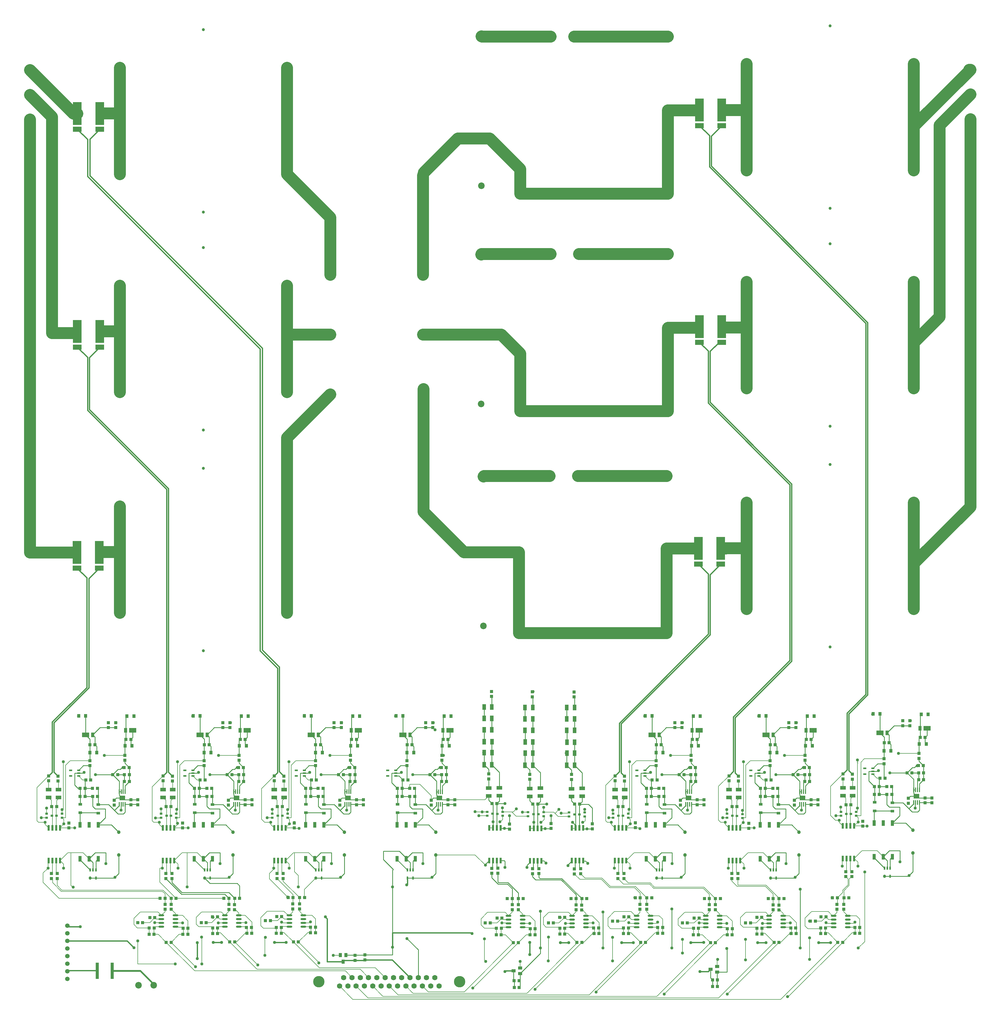
<source format=gtl>
G04 Layer_Physical_Order=1*
G04 Layer_Color=255*
%FSLAX25Y25*%
%MOIN*%
G70*
G01*
G75*
%ADD10O,0.07480X0.02362*%
%ADD11R,0.03937X0.05512*%
%ADD12R,0.05512X0.03937*%
%ADD13R,0.07441X0.06181*%
%ADD14R,0.01575X0.06299*%
%ADD15R,0.02362X0.04331*%
%ADD16R,0.04331X0.02362*%
%ADD17R,0.02520X0.07500*%
%ADD18R,0.04488X0.07480*%
%ADD19R,0.04331X0.04331*%
%ADD20R,0.04331X0.04331*%
%ADD21R,0.07480X0.04724*%
%ADD22R,0.04724X0.07480*%
%ADD23R,0.11614X0.30000*%
%ADD24R,0.11614X0.06614*%
%ADD25R,0.03937X0.21654*%
%ADD26R,0.04134X0.05905*%
%ADD27R,0.09449X0.05905*%
%ADD28R,0.04331X0.05118*%
%ADD29R,0.04803X0.03583*%
%ADD30R,0.03543X0.02756*%
%ADD31C,0.00787*%
%ADD32C,0.01000*%
%ADD33C,0.01575*%
%ADD34C,0.15748*%
%ADD35C,0.02362*%
%ADD36C,0.08661*%
%ADD37C,0.05905*%
%ADD38C,0.11811*%
%ADD39C,0.03937*%
%ADD40C,0.10236*%
%ADD41C,0.13386*%
%ADD42C,0.07000*%
%ADD43C,0.15000*%
%ADD44C,0.04724*%
%ADD45C,0.04000*%
D10*
X1172752Y690000D02*
D03*
Y685000D02*
D03*
Y680000D02*
D03*
Y675000D02*
D03*
X1191256Y690000D02*
D03*
Y685000D02*
D03*
Y680000D02*
D03*
Y675000D02*
D03*
X1087752Y690000D02*
D03*
Y685000D02*
D03*
Y680000D02*
D03*
Y675000D02*
D03*
X1106256Y690000D02*
D03*
Y685000D02*
D03*
Y680000D02*
D03*
Y675000D02*
D03*
X1004252Y690000D02*
D03*
Y685000D02*
D03*
Y680000D02*
D03*
Y675000D02*
D03*
X1022756Y690000D02*
D03*
Y685000D02*
D03*
Y680000D02*
D03*
Y675000D02*
D03*
X1889248Y689500D02*
D03*
Y684500D02*
D03*
Y679500D02*
D03*
Y674500D02*
D03*
X1907752Y689500D02*
D03*
Y684500D02*
D03*
Y679500D02*
D03*
Y674500D02*
D03*
X1629748Y689500D02*
D03*
Y684500D02*
D03*
Y679500D02*
D03*
Y674500D02*
D03*
X1648252Y689500D02*
D03*
Y684500D02*
D03*
Y679500D02*
D03*
Y674500D02*
D03*
X1804248Y689500D02*
D03*
Y684500D02*
D03*
Y679500D02*
D03*
Y674500D02*
D03*
X1822752Y689500D02*
D03*
Y684500D02*
D03*
Y679500D02*
D03*
Y674500D02*
D03*
X1544748Y689500D02*
D03*
Y684500D02*
D03*
Y679500D02*
D03*
Y674500D02*
D03*
X1563252Y689500D02*
D03*
Y684500D02*
D03*
Y679500D02*
D03*
Y674500D02*
D03*
X1720748Y689500D02*
D03*
Y684500D02*
D03*
Y679500D02*
D03*
Y674500D02*
D03*
X1739252Y689500D02*
D03*
Y684500D02*
D03*
Y679500D02*
D03*
Y674500D02*
D03*
X1461248Y689500D02*
D03*
Y684500D02*
D03*
Y679500D02*
D03*
Y674500D02*
D03*
X1479752Y689500D02*
D03*
Y684500D02*
D03*
Y679500D02*
D03*
Y674500D02*
D03*
D11*
X1239760Y637661D02*
D03*
X1247240D02*
D03*
X1243500Y629000D02*
D03*
D12*
X1735831Y622740D02*
D03*
Y615260D02*
D03*
X1727169Y619000D02*
D03*
X1476331Y620740D02*
D03*
Y613260D02*
D03*
X1467669Y617000D02*
D03*
D13*
X1249689Y844268D02*
D03*
X1103161D02*
D03*
X952661D02*
D03*
X1370161Y844240D02*
D03*
X1998161Y846768D02*
D03*
X1698189Y844268D02*
D03*
X1848189D02*
D03*
D14*
X1253528Y852535D02*
D03*
X1250968D02*
D03*
X1248409D02*
D03*
X1245850D02*
D03*
Y836000D02*
D03*
X1248409D02*
D03*
X1250968D02*
D03*
X1253528D02*
D03*
X1107000Y852535D02*
D03*
X1104441D02*
D03*
X1101882D02*
D03*
X1099323D02*
D03*
Y836000D02*
D03*
X1101882D02*
D03*
X1104441D02*
D03*
X1107000D02*
D03*
X956500Y852535D02*
D03*
X953941D02*
D03*
X951382D02*
D03*
X948823D02*
D03*
Y836000D02*
D03*
X951382D02*
D03*
X953941D02*
D03*
X956500D02*
D03*
X1374000Y852508D02*
D03*
X1371441D02*
D03*
X1368882D02*
D03*
X1366323D02*
D03*
Y835972D02*
D03*
X1368882D02*
D03*
X1371441D02*
D03*
X1374000D02*
D03*
X2002000Y855035D02*
D03*
X1999441D02*
D03*
X1996882D02*
D03*
X1994323D02*
D03*
Y838500D02*
D03*
X1996882D02*
D03*
X1999441D02*
D03*
X2002000D02*
D03*
X1702028Y852535D02*
D03*
X1699468D02*
D03*
X1696909D02*
D03*
X1694350D02*
D03*
Y836000D02*
D03*
X1696909D02*
D03*
X1699468D02*
D03*
X1702028D02*
D03*
X1852028Y852535D02*
D03*
X1849468D02*
D03*
X1846909D02*
D03*
X1844350D02*
D03*
Y836000D02*
D03*
X1846909D02*
D03*
X1849468D02*
D03*
X1852028D02*
D03*
D15*
X1207547Y749630D02*
D03*
X1211287D02*
D03*
X1215028D02*
D03*
Y739000D02*
D03*
X1207547D02*
D03*
X1061020Y749630D02*
D03*
X1064760D02*
D03*
X1068500D02*
D03*
Y739000D02*
D03*
X1061020D02*
D03*
X910520Y749630D02*
D03*
X914260D02*
D03*
X918000D02*
D03*
Y739000D02*
D03*
X910520D02*
D03*
X1328020Y749602D02*
D03*
X1331760D02*
D03*
X1335500D02*
D03*
Y738972D02*
D03*
X1328020D02*
D03*
X1956020Y752130D02*
D03*
X1959760D02*
D03*
X1963500D02*
D03*
Y741500D02*
D03*
X1956020D02*
D03*
X1656047Y749630D02*
D03*
X1659787D02*
D03*
X1663528D02*
D03*
Y739000D02*
D03*
X1656047D02*
D03*
X1806047Y749630D02*
D03*
X1809787D02*
D03*
X1813528D02*
D03*
Y739000D02*
D03*
X1806047D02*
D03*
D16*
X1192342Y880740D02*
D03*
Y877000D02*
D03*
Y873260D02*
D03*
X1181713D02*
D03*
Y880740D02*
D03*
X1045815D02*
D03*
Y877000D02*
D03*
Y873260D02*
D03*
X1035185D02*
D03*
Y880740D02*
D03*
X895315D02*
D03*
Y877000D02*
D03*
Y873260D02*
D03*
X884685D02*
D03*
Y880740D02*
D03*
X1312815Y880713D02*
D03*
Y876972D02*
D03*
Y873232D02*
D03*
X1302185D02*
D03*
Y880713D02*
D03*
X1940815Y883240D02*
D03*
Y879500D02*
D03*
Y875760D02*
D03*
X1930185D02*
D03*
Y883240D02*
D03*
X1640842Y880740D02*
D03*
Y877000D02*
D03*
Y873260D02*
D03*
X1630213D02*
D03*
Y880740D02*
D03*
X1790842D02*
D03*
Y877000D02*
D03*
Y873260D02*
D03*
X1780213D02*
D03*
Y880740D02*
D03*
D17*
X1167700Y805110D02*
D03*
X1162700D02*
D03*
X1157700D02*
D03*
X1152700D02*
D03*
X1162700Y762196D02*
D03*
X1157700D02*
D03*
X1152700D02*
D03*
X1167700D02*
D03*
X1021172Y805110D02*
D03*
X1016172D02*
D03*
X1011172D02*
D03*
X1006172D02*
D03*
X1016172Y762196D02*
D03*
X1011172D02*
D03*
X1006172D02*
D03*
X1021172D02*
D03*
X870672Y805110D02*
D03*
X865672D02*
D03*
X860672D02*
D03*
X855672D02*
D03*
X865672Y762196D02*
D03*
X860672D02*
D03*
X855672D02*
D03*
X870672D02*
D03*
X1559500Y804913D02*
D03*
X1554500D02*
D03*
X1549500D02*
D03*
X1544500D02*
D03*
X1554500Y762000D02*
D03*
X1549500D02*
D03*
X1544500D02*
D03*
X1559500D02*
D03*
X1504496Y804496D02*
D03*
X1499496D02*
D03*
X1494496D02*
D03*
X1489496D02*
D03*
X1499496Y761583D02*
D03*
X1494496D02*
D03*
X1489496D02*
D03*
X1504496D02*
D03*
X1450618Y805000D02*
D03*
X1445618D02*
D03*
X1440618D02*
D03*
X1435618D02*
D03*
X1445618Y762087D02*
D03*
X1440618D02*
D03*
X1435618D02*
D03*
X1450618D02*
D03*
X1916172Y807609D02*
D03*
X1911172D02*
D03*
X1906172D02*
D03*
X1901172D02*
D03*
X1911172Y764696D02*
D03*
X1906172D02*
D03*
X1901172D02*
D03*
X1916172D02*
D03*
X1616200Y805110D02*
D03*
X1611200D02*
D03*
X1606200D02*
D03*
X1601200D02*
D03*
X1611200Y762196D02*
D03*
X1606200D02*
D03*
X1601200D02*
D03*
X1616200D02*
D03*
X1766200Y805110D02*
D03*
X1761200D02*
D03*
X1756200D02*
D03*
X1751200D02*
D03*
X1761200Y762196D02*
D03*
X1756200D02*
D03*
X1751200D02*
D03*
X1766200D02*
D03*
D18*
X1194020Y809028D02*
D03*
X1206028D02*
D03*
X1218035D02*
D03*
Y764500D02*
D03*
X1206028D02*
D03*
X1194020D02*
D03*
X1047492Y809028D02*
D03*
X1059500D02*
D03*
X1071508D02*
D03*
Y764500D02*
D03*
X1059500D02*
D03*
X1047492D02*
D03*
X896992Y809028D02*
D03*
X909000D02*
D03*
X921008D02*
D03*
Y764500D02*
D03*
X909000D02*
D03*
X896992D02*
D03*
X1314492Y809000D02*
D03*
X1326500D02*
D03*
X1338508D02*
D03*
Y764472D02*
D03*
X1326500D02*
D03*
X1314492D02*
D03*
X1942492Y811528D02*
D03*
X1954500D02*
D03*
X1966508D02*
D03*
Y767000D02*
D03*
X1954500D02*
D03*
X1942492D02*
D03*
X1642520Y809028D02*
D03*
X1654528D02*
D03*
X1666535D02*
D03*
Y764500D02*
D03*
X1654528D02*
D03*
X1642520D02*
D03*
X1792520Y809028D02*
D03*
X1804528D02*
D03*
X1816535D02*
D03*
Y764500D02*
D03*
X1804528D02*
D03*
X1792520D02*
D03*
D19*
X1155508Y674000D02*
D03*
X1162004D02*
D03*
X1171008Y713500D02*
D03*
X1177504D02*
D03*
X1178004Y655000D02*
D03*
X1184500D02*
D03*
X1192752Y713500D02*
D03*
X1186256D02*
D03*
X1147752Y683000D02*
D03*
X1141256D02*
D03*
X1207000Y674500D02*
D03*
X1200504D02*
D03*
X1071756Y673500D02*
D03*
X1078252D02*
D03*
X1086508Y712500D02*
D03*
X1093004D02*
D03*
X1094256Y655000D02*
D03*
X1100752D02*
D03*
X1107252Y712500D02*
D03*
X1100756D02*
D03*
X1063252Y680500D02*
D03*
X1056756D02*
D03*
X1122752Y674000D02*
D03*
X1116256D02*
D03*
X988256Y673500D02*
D03*
X994752D02*
D03*
X1002508Y712500D02*
D03*
X1009004D02*
D03*
X1010508Y654500D02*
D03*
X1017004D02*
D03*
X1023504Y712500D02*
D03*
X1017008D02*
D03*
X979500Y680500D02*
D03*
X973004D02*
D03*
X1039252Y673000D02*
D03*
X1032756D02*
D03*
X1872004Y673500D02*
D03*
X1878500D02*
D03*
X1887504Y713000D02*
D03*
X1894000D02*
D03*
X1612504Y673500D02*
D03*
X1619000D02*
D03*
X1628004Y713000D02*
D03*
X1634500D02*
D03*
X1894500Y654500D02*
D03*
X1900996D02*
D03*
X1635000D02*
D03*
X1641496D02*
D03*
X1909248Y713000D02*
D03*
X1902752D02*
D03*
X1649748D02*
D03*
X1643252D02*
D03*
X1864996Y682500D02*
D03*
X1858500D02*
D03*
X1604748D02*
D03*
X1598252D02*
D03*
X1923496Y674000D02*
D03*
X1917000D02*
D03*
X1663996D02*
D03*
X1657500D02*
D03*
X1788252Y673000D02*
D03*
X1794748D02*
D03*
X1803004Y712000D02*
D03*
X1809500D02*
D03*
X1528752Y673000D02*
D03*
X1535248D02*
D03*
X1543504Y712000D02*
D03*
X1550000D02*
D03*
X1810752Y654500D02*
D03*
X1817248D02*
D03*
X1551252D02*
D03*
X1557748D02*
D03*
X1823748Y712000D02*
D03*
X1817252D02*
D03*
X1564248D02*
D03*
X1557752D02*
D03*
X1779748Y680000D02*
D03*
X1773252D02*
D03*
X1520248D02*
D03*
X1513752D02*
D03*
X1839248Y673500D02*
D03*
X1832752D02*
D03*
X1579748D02*
D03*
X1573252D02*
D03*
X1704752Y673000D02*
D03*
X1711248D02*
D03*
X1719004Y712000D02*
D03*
X1725500D02*
D03*
X1445252Y673000D02*
D03*
X1451748D02*
D03*
X1459504Y712000D02*
D03*
X1466000D02*
D03*
X1727004Y654000D02*
D03*
X1733500D02*
D03*
X1467504D02*
D03*
X1474000D02*
D03*
X1740000Y712000D02*
D03*
X1733504D02*
D03*
X1480500D02*
D03*
X1474004D02*
D03*
X1696496Y680000D02*
D03*
X1690000D02*
D03*
X1436996D02*
D03*
X1430500D02*
D03*
X1755748Y672500D02*
D03*
X1749252D02*
D03*
X1496248D02*
D03*
X1489752D02*
D03*
X1243776Y875000D02*
D03*
X1237280D02*
D03*
X1259024D02*
D03*
X1252528D02*
D03*
X1097248D02*
D03*
X1090752D02*
D03*
X1112496D02*
D03*
X1106000D02*
D03*
X946748D02*
D03*
X940252D02*
D03*
X961996D02*
D03*
X955500D02*
D03*
X1364248Y874972D02*
D03*
X1357752D02*
D03*
X1379496D02*
D03*
X1373000D02*
D03*
X1992248Y877500D02*
D03*
X1985752D02*
D03*
X2007496D02*
D03*
X2001000D02*
D03*
X1692276Y875000D02*
D03*
X1685780D02*
D03*
X1707524D02*
D03*
X1701028D02*
D03*
X1842276D02*
D03*
X1835780D02*
D03*
X1857524D02*
D03*
X1851028D02*
D03*
X1155508Y666500D02*
D03*
X1162004D02*
D03*
X1162504Y688500D02*
D03*
X1156008D02*
D03*
X1207000Y667000D02*
D03*
X1200504D02*
D03*
X1071756Y666000D02*
D03*
X1078252D02*
D03*
X1078004Y688000D02*
D03*
X1071508D02*
D03*
X1123252Y666500D02*
D03*
X1116756D02*
D03*
X988008Y665000D02*
D03*
X994504D02*
D03*
X995504Y687000D02*
D03*
X989008D02*
D03*
X1039000Y665000D02*
D03*
X1032504D02*
D03*
X1872004Y666000D02*
D03*
X1878500D02*
D03*
X1612504D02*
D03*
X1619000D02*
D03*
X1879000Y688000D02*
D03*
X1872504D02*
D03*
X1619500D02*
D03*
X1613004D02*
D03*
X1923496Y666500D02*
D03*
X1917000D02*
D03*
X1663996D02*
D03*
X1657500D02*
D03*
X1788252Y665500D02*
D03*
X1794748D02*
D03*
X1528752D02*
D03*
X1535248D02*
D03*
X1794500Y687500D02*
D03*
X1788004D02*
D03*
X1535000D02*
D03*
X1528504D02*
D03*
X1839748Y666000D02*
D03*
X1833252D02*
D03*
X1580248D02*
D03*
X1573752D02*
D03*
X1704504Y664500D02*
D03*
X1711000D02*
D03*
X1445004D02*
D03*
X1451500D02*
D03*
X1712000Y686500D02*
D03*
X1705504D02*
D03*
X1452500D02*
D03*
X1446004D02*
D03*
X1755496Y664500D02*
D03*
X1749000D02*
D03*
X1495996D02*
D03*
X1489500D02*
D03*
X1736248Y596500D02*
D03*
X1729752D02*
D03*
X1736248Y605000D02*
D03*
X1729752D02*
D03*
X1475248Y595000D02*
D03*
X1468752D02*
D03*
X1475000Y604000D02*
D03*
X1468504D02*
D03*
X1258776Y884500D02*
D03*
X1252279D02*
D03*
X1254531Y921500D02*
D03*
X1261028D02*
D03*
X1252532Y866000D02*
D03*
X1259028D02*
D03*
X1210532Y857000D02*
D03*
X1217028D02*
D03*
X1210779Y846500D02*
D03*
X1217276D02*
D03*
X1207279Y914500D02*
D03*
X1213776D02*
D03*
X1208276Y868000D02*
D03*
X1201779D02*
D03*
X1194279Y857000D02*
D03*
X1200776D02*
D03*
X1194279Y846500D02*
D03*
X1200776D02*
D03*
X1156852Y832996D02*
D03*
X1163348D02*
D03*
X1112248Y884500D02*
D03*
X1105752D02*
D03*
X1108004Y921500D02*
D03*
X1114500D02*
D03*
X1106004Y866000D02*
D03*
X1112500D02*
D03*
X1064004Y857000D02*
D03*
X1070500D02*
D03*
X1064252Y846500D02*
D03*
X1070748D02*
D03*
X1060752Y914500D02*
D03*
X1067248D02*
D03*
X1061748Y868000D02*
D03*
X1055252D02*
D03*
X1047752Y857000D02*
D03*
X1054248D02*
D03*
X1047752Y846500D02*
D03*
X1054248D02*
D03*
X1010324Y832996D02*
D03*
X1016821D02*
D03*
X961748Y884500D02*
D03*
X955252D02*
D03*
X957504Y921500D02*
D03*
X964000D02*
D03*
X955504Y866000D02*
D03*
X962000D02*
D03*
X913504Y857000D02*
D03*
X920000D02*
D03*
X913752Y846500D02*
D03*
X920248D02*
D03*
X910252Y914500D02*
D03*
X916748D02*
D03*
X911248Y868000D02*
D03*
X904752D02*
D03*
X897252Y857000D02*
D03*
X903748D02*
D03*
X897252Y846500D02*
D03*
X903748D02*
D03*
X859824Y832996D02*
D03*
X866321D02*
D03*
X1548252Y836248D02*
D03*
X1554748D02*
D03*
X1493248Y836496D02*
D03*
X1499744D02*
D03*
X1439370Y837000D02*
D03*
X1445866D02*
D03*
X1379248Y884472D02*
D03*
X1372752D02*
D03*
X1375004Y921472D02*
D03*
X1381500D02*
D03*
X1373004Y865972D02*
D03*
X1379500D02*
D03*
X1331004Y856972D02*
D03*
X1337500D02*
D03*
X1331252Y846472D02*
D03*
X1337748D02*
D03*
X1327752Y914472D02*
D03*
X1334248D02*
D03*
X1328748Y867972D02*
D03*
X1322252D02*
D03*
X1314752Y856972D02*
D03*
X1321248D02*
D03*
X1314752Y846472D02*
D03*
X1321248D02*
D03*
X2007248Y887000D02*
D03*
X2000752D02*
D03*
X2003004Y924000D02*
D03*
X2009500D02*
D03*
X2001004Y868500D02*
D03*
X2007500D02*
D03*
X1959004Y859500D02*
D03*
X1965500D02*
D03*
X1959252Y849000D02*
D03*
X1965748D02*
D03*
X1955752Y917000D02*
D03*
X1962248D02*
D03*
X1956748Y870500D02*
D03*
X1950252D02*
D03*
X1942752Y859500D02*
D03*
X1949248D02*
D03*
X1942752Y849000D02*
D03*
X1949248D02*
D03*
X1905324Y835496D02*
D03*
X1911820D02*
D03*
X1707276Y884500D02*
D03*
X1700780D02*
D03*
X1703032Y921500D02*
D03*
X1709528D02*
D03*
X1701031Y866000D02*
D03*
X1707528D02*
D03*
X1659031Y857000D02*
D03*
X1665528D02*
D03*
X1659279Y846500D02*
D03*
X1665776D02*
D03*
X1655779Y914500D02*
D03*
X1662276D02*
D03*
X1656776Y868000D02*
D03*
X1650279D02*
D03*
X1642780Y857000D02*
D03*
X1649276D02*
D03*
X1642780Y846500D02*
D03*
X1649276D02*
D03*
X1605352Y832996D02*
D03*
X1611848D02*
D03*
X1857276Y884500D02*
D03*
X1850780D02*
D03*
X1853032Y921500D02*
D03*
X1859528D02*
D03*
X1851031Y866000D02*
D03*
X1857528D02*
D03*
X1809031Y857000D02*
D03*
X1815528D02*
D03*
X1809279Y846500D02*
D03*
X1815776D02*
D03*
X1805779Y914500D02*
D03*
X1812276D02*
D03*
X1806776Y868000D02*
D03*
X1800279D02*
D03*
X1792780Y857000D02*
D03*
X1799276D02*
D03*
X1792780Y846500D02*
D03*
X1799276D02*
D03*
X1755352Y832996D02*
D03*
X1761848D02*
D03*
D20*
X1177004Y704996D02*
D03*
Y698500D02*
D03*
X1186004Y704996D02*
D03*
Y698500D02*
D03*
X1093004Y704248D02*
D03*
Y697752D02*
D03*
X1100504Y703996D02*
D03*
Y697500D02*
D03*
X1009004Y704496D02*
D03*
Y698000D02*
D03*
X1017004Y704496D02*
D03*
Y698000D02*
D03*
X1893500Y704496D02*
D03*
Y698000D02*
D03*
X1634000Y704496D02*
D03*
Y698000D02*
D03*
X1902500Y704496D02*
D03*
Y698000D02*
D03*
X1643000Y704496D02*
D03*
Y698000D02*
D03*
X1809500Y703748D02*
D03*
Y697252D02*
D03*
X1550000Y703748D02*
D03*
Y697252D02*
D03*
X1817000Y703496D02*
D03*
Y697000D02*
D03*
X1557500Y703496D02*
D03*
Y697000D02*
D03*
X1725500Y703996D02*
D03*
Y697500D02*
D03*
X1466000Y703996D02*
D03*
Y697500D02*
D03*
X1733500Y703996D02*
D03*
Y697500D02*
D03*
X1474000Y703996D02*
D03*
Y697500D02*
D03*
X1241028Y943500D02*
D03*
Y937004D02*
D03*
X1231528Y943496D02*
D03*
Y937000D02*
D03*
X1156500Y738500D02*
D03*
Y744996D02*
D03*
X1164500Y738500D02*
D03*
Y744996D02*
D03*
X1179000Y805004D02*
D03*
Y811500D02*
D03*
X1094500Y943500D02*
D03*
Y937004D02*
D03*
X1085000Y943496D02*
D03*
Y937000D02*
D03*
X1009972Y738500D02*
D03*
Y744996D02*
D03*
X1017972Y738500D02*
D03*
Y744996D02*
D03*
X1031972Y804996D02*
D03*
Y811492D02*
D03*
X944000Y943500D02*
D03*
Y937004D02*
D03*
X934500Y943496D02*
D03*
Y937000D02*
D03*
X859472Y738500D02*
D03*
Y744996D02*
D03*
X867000Y738500D02*
D03*
Y744996D02*
D03*
X882500Y805004D02*
D03*
Y811500D02*
D03*
X1544000Y875248D02*
D03*
Y868752D02*
D03*
X1547882Y744500D02*
D03*
Y750996D02*
D03*
X1556000Y744748D02*
D03*
Y751244D02*
D03*
X1571500Y803752D02*
D03*
Y810248D02*
D03*
X1488996Y875496D02*
D03*
Y869000D02*
D03*
X1492878Y744748D02*
D03*
Y751244D02*
D03*
X1500996Y744996D02*
D03*
Y751492D02*
D03*
X1517000Y804252D02*
D03*
Y810748D02*
D03*
X1435118Y876000D02*
D03*
Y869504D02*
D03*
X1439000Y745252D02*
D03*
Y751748D02*
D03*
X1447118Y745500D02*
D03*
Y751996D02*
D03*
X1462500Y803500D02*
D03*
Y809996D02*
D03*
X1361500Y943472D02*
D03*
Y936976D02*
D03*
X1352000Y943468D02*
D03*
Y936972D02*
D03*
X1989500Y946000D02*
D03*
Y939504D02*
D03*
X1980000Y945996D02*
D03*
Y939500D02*
D03*
X1904972Y741000D02*
D03*
Y747496D02*
D03*
X1912972Y741000D02*
D03*
Y747496D02*
D03*
X1927500Y807252D02*
D03*
Y813748D02*
D03*
X1689528Y943500D02*
D03*
Y937004D02*
D03*
X1680028Y943496D02*
D03*
Y937000D02*
D03*
X1605000Y738500D02*
D03*
Y744996D02*
D03*
X1613000Y738500D02*
D03*
Y744996D02*
D03*
X1628000Y805252D02*
D03*
Y811748D02*
D03*
X1839528Y943500D02*
D03*
Y937004D02*
D03*
X1830028Y943496D02*
D03*
Y937000D02*
D03*
X1755000Y738500D02*
D03*
Y744996D02*
D03*
X1763000Y738500D02*
D03*
Y744996D02*
D03*
X1777500Y804500D02*
D03*
Y810996D02*
D03*
X1253028Y900496D02*
D03*
Y894000D02*
D03*
X1207028Y893496D02*
D03*
Y887000D02*
D03*
X1152900Y866996D02*
D03*
Y873492D02*
D03*
X1165300Y866596D02*
D03*
Y873092D02*
D03*
X1106500Y900496D02*
D03*
Y894000D02*
D03*
X1060500Y893496D02*
D03*
Y887000D02*
D03*
X1006372Y866996D02*
D03*
Y873492D02*
D03*
X1018772Y866596D02*
D03*
Y873092D02*
D03*
X956000Y900496D02*
D03*
Y894000D02*
D03*
X910000Y893496D02*
D03*
Y887000D02*
D03*
X855872Y866996D02*
D03*
Y873492D02*
D03*
X868272Y866596D02*
D03*
Y873092D02*
D03*
X1547500Y977252D02*
D03*
Y983748D02*
D03*
X1492496Y977500D02*
D03*
Y983996D02*
D03*
X1438618Y978004D02*
D03*
Y984500D02*
D03*
X1373500Y900469D02*
D03*
Y893972D02*
D03*
X1327500Y893468D02*
D03*
Y886972D02*
D03*
X2001500Y902996D02*
D03*
Y896500D02*
D03*
X1955500Y895996D02*
D03*
Y889500D02*
D03*
X1901372Y869496D02*
D03*
Y875992D02*
D03*
X1913772Y869096D02*
D03*
Y875592D02*
D03*
X1701528Y900496D02*
D03*
Y894000D02*
D03*
X1655528Y893496D02*
D03*
Y887000D02*
D03*
X1601400Y866996D02*
D03*
Y873492D02*
D03*
X1613800Y866596D02*
D03*
Y873092D02*
D03*
X1851528Y900496D02*
D03*
Y894000D02*
D03*
X1805528Y893496D02*
D03*
Y887000D02*
D03*
X1751400Y866996D02*
D03*
Y873492D02*
D03*
X1763800Y866596D02*
D03*
Y873092D02*
D03*
X1272000Y638000D02*
D03*
Y631504D02*
D03*
X1259000Y637248D02*
D03*
Y630752D02*
D03*
X1239028Y835000D02*
D03*
Y841496D02*
D03*
X1270028Y835504D02*
D03*
Y842000D02*
D03*
X1261028Y835500D02*
D03*
Y841996D02*
D03*
X1092500Y835000D02*
D03*
Y841496D02*
D03*
X1123500Y835504D02*
D03*
Y842000D02*
D03*
X1114500Y835500D02*
D03*
Y841996D02*
D03*
X942000Y835000D02*
D03*
Y841496D02*
D03*
X973000Y835504D02*
D03*
Y842000D02*
D03*
X964000Y835500D02*
D03*
Y841996D02*
D03*
X1359500Y834972D02*
D03*
Y841469D02*
D03*
X1390500Y835476D02*
D03*
Y841972D02*
D03*
X1381500Y835472D02*
D03*
Y841969D02*
D03*
X1987500Y837500D02*
D03*
Y843996D02*
D03*
X2018500Y838004D02*
D03*
Y844500D02*
D03*
X2009500Y838000D02*
D03*
Y844496D02*
D03*
X1687528Y835000D02*
D03*
Y841496D02*
D03*
X1718528Y835504D02*
D03*
Y842000D02*
D03*
X1709528Y835500D02*
D03*
Y841996D02*
D03*
X1837528Y835000D02*
D03*
Y841496D02*
D03*
X1868528Y835504D02*
D03*
Y842000D02*
D03*
X1859528Y835500D02*
D03*
Y841996D02*
D03*
D21*
X1152900Y855232D02*
D03*
Y844996D02*
D03*
X1165700Y855232D02*
D03*
Y844996D02*
D03*
X1006372Y855232D02*
D03*
Y844996D02*
D03*
X1019172Y855232D02*
D03*
Y844996D02*
D03*
X855872Y855232D02*
D03*
Y844996D02*
D03*
X868672Y855232D02*
D03*
Y844996D02*
D03*
X1544000Y856484D02*
D03*
Y846248D02*
D03*
X1558000Y856984D02*
D03*
Y846748D02*
D03*
X1488996Y856732D02*
D03*
Y846496D02*
D03*
X1502996Y857232D02*
D03*
Y846996D02*
D03*
X1435118Y857236D02*
D03*
Y847000D02*
D03*
X1449118Y857736D02*
D03*
Y847500D02*
D03*
X1901372Y857732D02*
D03*
Y847496D02*
D03*
X1914172Y857732D02*
D03*
Y847496D02*
D03*
X1601400Y855232D02*
D03*
Y844996D02*
D03*
X1614200Y855232D02*
D03*
Y844996D02*
D03*
X1751400Y855232D02*
D03*
Y844996D02*
D03*
X1764200Y855232D02*
D03*
Y844996D02*
D03*
D22*
X1538000Y917748D02*
D03*
X1548236D02*
D03*
X1548118Y933248D02*
D03*
X1537882D02*
D03*
Y887248D02*
D03*
X1548118D02*
D03*
X1538000Y903248D02*
D03*
X1548236D02*
D03*
X1537882Y948248D02*
D03*
X1548118D02*
D03*
Y963248D02*
D03*
X1537882D02*
D03*
X1482996Y917996D02*
D03*
X1493232D02*
D03*
X1493114Y933496D02*
D03*
X1482878D02*
D03*
Y887496D02*
D03*
X1493114D02*
D03*
X1482996Y903496D02*
D03*
X1493232D02*
D03*
X1482878Y948496D02*
D03*
X1493114D02*
D03*
Y963496D02*
D03*
X1482878D02*
D03*
X1429118Y918500D02*
D03*
X1439354D02*
D03*
X1439236Y934000D02*
D03*
X1429000D02*
D03*
Y888000D02*
D03*
X1439236D02*
D03*
X1429118Y904000D02*
D03*
X1439354D02*
D03*
X1429000Y949000D02*
D03*
X1439236D02*
D03*
Y964000D02*
D03*
X1429000D02*
D03*
D23*
X893591Y1744709D02*
D03*
X923000D02*
D03*
X1712500Y1749500D02*
D03*
X1741909D02*
D03*
X893591Y1458000D02*
D03*
X923000D02*
D03*
X1712500Y1464500D02*
D03*
X1741909D02*
D03*
X893091Y1167500D02*
D03*
X922500D02*
D03*
X1711091Y1172709D02*
D03*
X1740500D02*
D03*
D24*
X893591Y1724000D02*
D03*
X923000D02*
D03*
X1712500Y1728791D02*
D03*
X1741909D02*
D03*
X893591Y1437291D02*
D03*
X923000D02*
D03*
X1712500Y1443791D02*
D03*
X1741909D02*
D03*
X893091Y1146791D02*
D03*
X922500D02*
D03*
X1711091Y1152000D02*
D03*
X1740500D02*
D03*
D25*
X939500Y617000D02*
D03*
X919815D02*
D03*
D26*
X1254177Y933500D02*
D03*
X1210878Y927500D02*
D03*
X1107650Y933500D02*
D03*
X1064350Y927500D02*
D03*
X957150Y933500D02*
D03*
X913850Y927500D02*
D03*
X1374650Y933472D02*
D03*
X1331350Y927472D02*
D03*
X2002650Y936000D02*
D03*
X1959350Y930000D02*
D03*
X1702677Y933500D02*
D03*
X1659378Y927500D02*
D03*
X1852677Y933500D02*
D03*
X1809378Y927500D02*
D03*
D27*
X1263528Y933500D02*
D03*
X1201528Y927500D02*
D03*
X1117000Y933500D02*
D03*
X1055000Y927500D02*
D03*
X966500Y933500D02*
D03*
X904500Y927500D02*
D03*
X1384000Y933472D02*
D03*
X1322000Y927472D02*
D03*
X2012000Y936000D02*
D03*
X1950000Y930000D02*
D03*
X1712028Y933500D02*
D03*
X1650028Y927500D02*
D03*
X1862028Y933500D02*
D03*
X1800028Y927500D02*
D03*
D28*
X1265028Y952000D02*
D03*
X1255972D02*
D03*
X1201555Y952500D02*
D03*
X1192500D02*
D03*
X1118500Y952000D02*
D03*
X1109445D02*
D03*
X1055028Y952500D02*
D03*
X1045972D02*
D03*
X968000Y952000D02*
D03*
X958945D02*
D03*
X904528Y952500D02*
D03*
X895472D02*
D03*
X1385500Y951972D02*
D03*
X1376445D02*
D03*
X1322028Y952472D02*
D03*
X1312972D02*
D03*
X2013500Y954500D02*
D03*
X2004445D02*
D03*
X1950028Y955000D02*
D03*
X1940972D02*
D03*
X1713528Y952000D02*
D03*
X1704472D02*
D03*
X1650055Y952500D02*
D03*
X1641000D02*
D03*
X1863528Y952000D02*
D03*
X1854472D02*
D03*
X1800055Y952500D02*
D03*
X1791000D02*
D03*
X1262528Y913000D02*
D03*
X1253472D02*
D03*
X1216055Y904000D02*
D03*
X1207000D02*
D03*
X1116000Y913000D02*
D03*
X1106945D02*
D03*
X1069528Y904000D02*
D03*
X1060472D02*
D03*
X965500Y913000D02*
D03*
X956445D02*
D03*
X919028Y904000D02*
D03*
X909972D02*
D03*
X1383000Y912972D02*
D03*
X1373945D02*
D03*
X1336528Y903972D02*
D03*
X1327472D02*
D03*
X2011000Y915500D02*
D03*
X2001945D02*
D03*
X1964528Y906500D02*
D03*
X1955472D02*
D03*
X1711028Y913000D02*
D03*
X1701972D02*
D03*
X1664555Y904000D02*
D03*
X1655500D02*
D03*
X1861028Y913000D02*
D03*
X1851972D02*
D03*
X1814555Y904000D02*
D03*
X1805500D02*
D03*
D29*
X1218028Y835583D02*
D03*
Y824500D02*
D03*
X1194528Y825000D02*
D03*
Y836083D02*
D03*
X1071500Y835583D02*
D03*
Y824500D02*
D03*
X1048000Y825000D02*
D03*
Y836083D02*
D03*
X921000Y835583D02*
D03*
Y824500D02*
D03*
X897500Y825000D02*
D03*
Y836083D02*
D03*
X1338500Y835555D02*
D03*
Y824472D02*
D03*
X1315000Y824972D02*
D03*
Y836055D02*
D03*
X1966500Y838083D02*
D03*
Y827000D02*
D03*
X1943000Y827500D02*
D03*
Y838583D02*
D03*
X1666528Y835583D02*
D03*
Y824500D02*
D03*
X1643028Y825000D02*
D03*
Y836083D02*
D03*
X1816528Y835583D02*
D03*
Y824500D02*
D03*
X1793028Y825000D02*
D03*
Y836083D02*
D03*
D30*
X1157300Y820996D02*
D03*
X1150213Y823555D02*
D03*
Y818437D02*
D03*
X1163300Y820996D02*
D03*
X1170387Y818437D02*
D03*
Y823555D02*
D03*
X1011000Y821000D02*
D03*
X1003913Y823559D02*
D03*
Y818441D02*
D03*
X1016772Y820996D02*
D03*
X1023859Y818437D02*
D03*
Y823555D02*
D03*
X860272Y820996D02*
D03*
X853186Y823555D02*
D03*
Y818437D02*
D03*
X866272Y820996D02*
D03*
X873359Y818437D02*
D03*
Y823555D02*
D03*
X1548000Y822748D02*
D03*
X1540913Y825307D02*
D03*
Y820189D02*
D03*
X1554500Y822748D02*
D03*
X1561587Y820189D02*
D03*
Y825307D02*
D03*
X1494000Y823000D02*
D03*
X1486913Y825559D02*
D03*
Y820441D02*
D03*
X1500413Y823059D02*
D03*
X1507500Y820500D02*
D03*
Y825618D02*
D03*
X1440087Y823559D02*
D03*
X1433000Y826118D02*
D03*
Y821000D02*
D03*
X1446500Y823500D02*
D03*
X1453587Y820941D02*
D03*
Y826059D02*
D03*
X1905772Y823496D02*
D03*
X1898686Y826055D02*
D03*
Y820937D02*
D03*
X1911772Y823496D02*
D03*
X1918859Y820937D02*
D03*
Y826055D02*
D03*
X1605800Y820996D02*
D03*
X1598713Y823555D02*
D03*
Y818437D02*
D03*
X1611800Y820996D02*
D03*
X1618887Y818437D02*
D03*
Y823555D02*
D03*
X1755800Y820996D02*
D03*
X1748713Y823555D02*
D03*
Y818437D02*
D03*
X1761913Y820559D02*
D03*
X1769000Y818000D02*
D03*
Y823118D02*
D03*
D31*
X1887000Y713500D02*
X1888500D01*
X1627500D02*
X1629000D01*
X1192504D02*
Y723957D01*
X1170504Y714000D02*
X1172004D01*
X865672Y805110D02*
Y830698D01*
X885000Y729500D02*
X888000Y726500D01*
X861000Y732982D02*
Y738500D01*
X1009004Y712500D02*
Y718259D01*
X1005850Y721413D02*
X1009004Y718259D01*
X872570Y721413D02*
X1005850D01*
X861000Y732982D02*
X872570Y721413D01*
X1017004Y712496D02*
X1017008Y712500D01*
X1017004Y704496D02*
Y712496D01*
X1092628Y712124D02*
X1093004Y711748D01*
X1466000Y703996D02*
Y710500D01*
X1549624Y711624D02*
X1550000Y711248D01*
X1634500Y713000D02*
Y719000D01*
X1627087Y726413D02*
X1634500Y719000D01*
X1594343Y726413D02*
X1627087D01*
X1583386Y737369D02*
X1594343Y726413D01*
X1555013Y737369D02*
X1583386D01*
X1725500Y712000D02*
Y717759D01*
X1717772Y725487D02*
X1725500Y717759D01*
X1652495Y725487D02*
X1717772D01*
X1646995Y730987D02*
X1652495Y725487D01*
X1612513Y730987D02*
X1646995D01*
X1809500Y712000D02*
Y717982D01*
Y703748D02*
Y712000D01*
X1799495Y727987D02*
X1809500Y717982D01*
X1762013Y727987D02*
X1799495D01*
X1755000Y735000D02*
X1762013Y727987D01*
X1817000Y703496D02*
Y712727D01*
X1763000Y729575D02*
X1800152D01*
X1763000D02*
Y738500D01*
X1907987Y730005D02*
Y737602D01*
X1901165Y723182D02*
X1907987Y730005D01*
X1901165Y720165D02*
Y723182D01*
X1894000Y713000D02*
X1901165Y720165D01*
X1904972Y741000D02*
X1908000Y737972D01*
X1902752Y722525D02*
X1909575Y729348D01*
Y737602D01*
X1912972Y741000D01*
X1157700Y805110D02*
Y832996D01*
X1761200Y805110D02*
Y830698D01*
X1911172Y807609D02*
Y833198D01*
X1544500Y804248D02*
X1549500D01*
X1906172Y807609D02*
Y835496D01*
X1140000Y660000D02*
X1140500Y659500D01*
X1057500Y660000D02*
X1058000Y660500D01*
X1735831Y622740D02*
Y632000D01*
X1756200Y805110D02*
Y832996D01*
X1606200Y805110D02*
Y832996D01*
X860672Y805110D02*
Y832996D01*
X1011172Y805110D02*
Y832996D01*
X1611200Y805110D02*
Y830698D01*
X1016172Y805110D02*
Y830698D01*
X1179000Y812000D02*
X1179500Y811500D01*
X1162700Y805110D02*
Y830698D01*
X1572000Y666500D02*
X1574000D01*
X1563252Y674500D02*
X1573500D01*
X1574000Y666500D02*
Y675000D01*
X1506996Y819996D02*
X1508000Y818992D01*
X1777004Y805000D02*
X1784500D01*
X1769162Y818162D02*
X1769662Y817662D01*
X1777000Y804996D02*
X1777004Y805000D01*
X1770000Y812000D02*
Y818000D01*
X1768887Y818437D02*
X1773500D01*
X1768887D02*
X1769162Y818162D01*
X1033008Y665000D02*
Y674500D01*
X1023256D02*
X1033008D01*
X1595500Y672500D02*
X1612504D01*
X1201004Y667748D02*
Y675500D01*
X1197000Y667500D02*
X1200756D01*
X1191256Y675000D02*
X1200504D01*
X1855000Y672500D02*
X1872004D01*
X1926976Y807500D02*
X1933000D01*
X1619696Y830500D02*
X1620500Y829696D01*
X1053504Y675000D02*
X1071756D01*
X1627000Y804996D02*
X1633004D01*
X1618748Y667000D02*
Y675000D01*
X1629248D01*
X1618748Y667000D02*
X1622500D01*
X1078252Y675000D02*
X1087752D01*
X1078004Y667000D02*
X1082256D01*
X1878248Y675000D02*
X1888748D01*
X1878248Y667000D02*
X1882000D01*
X1878248D02*
Y675000D01*
X1739752Y674000D02*
X1749504D01*
Y664500D02*
Y674000D01*
X1164500Y734752D02*
X1186004Y713248D01*
X1123500Y667000D02*
Y681004D01*
X1658000Y667248D02*
Y675000D01*
X1648252Y674500D02*
X1657500D01*
X1653996Y667000D02*
X1657752D01*
X1917500Y667248D02*
Y675000D01*
X1907752Y674500D02*
X1917000D01*
X1913496Y667000D02*
X1917252D01*
X1480252Y674000D02*
X1490004D01*
Y664500D02*
Y674000D01*
X1794748Y674500D02*
X1804248D01*
X1794500Y666500D02*
X1798752D01*
X1115004Y667000D02*
X1117004D01*
Y675500D01*
X1106256Y675000D02*
X1116504D01*
X1919500Y893528D02*
X1921000Y892028D01*
X1537122Y903378D02*
X1538000Y902500D01*
X1428500Y903500D02*
Y904000D01*
X1770000Y674500D02*
X1788252D01*
X1580496Y666500D02*
Y680504D01*
X1535248Y674500D02*
X1544748D01*
X1535000Y666500D02*
X1539252D01*
X1138504Y673000D02*
X1155508D01*
X1822752Y674500D02*
X1833000D01*
X1831500Y666500D02*
X1833500D01*
Y675000D01*
X1031500Y805000D02*
X1039500D01*
X1003686Y823555D02*
Y830186D01*
X1839996Y666500D02*
Y680504D01*
X1161752Y675500D02*
X1172252D01*
X1161752Y667500D02*
X1165504D01*
X1161752D02*
Y675500D01*
X1510500Y674500D02*
X1528752D01*
X1178504Y805000D02*
X1179004Y804500D01*
X882469Y805000D02*
X890000D01*
X1256256Y579500D02*
X1819500D01*
X1238756Y597000D02*
X1256256Y579500D01*
X1819500D02*
X1894500Y654500D01*
X1725500Y703996D02*
Y712000D01*
X1733500Y703996D02*
X1733504Y704000D01*
Y712000D01*
X1911820Y835496D02*
Y843544D01*
X1920500Y827696D02*
Y831000D01*
X1919652Y826848D02*
X1920500Y827696D01*
Y831000D02*
Y889528D01*
X1921000Y890028D01*
X1920000Y891028D02*
X1921000Y890028D01*
X1023859Y823555D02*
X1024500Y824196D01*
Y829500D01*
X1025276D01*
X1025472Y829696D01*
X853000Y823741D02*
Y831000D01*
Y823741D02*
X853186Y823555D01*
X1507500Y825618D02*
Y832000D01*
X1918859Y826055D02*
X1919652Y826848D01*
X1920000Y891028D02*
X1921000Y892028D01*
X1925000Y891528D02*
X1929469Y895996D01*
X1925000Y820937D02*
Y891528D01*
X1918859Y820937D02*
X1925000D01*
X1919500Y893528D02*
X1920472Y894500D01*
X1618887Y823555D02*
X1619696Y824365D01*
Y829500D02*
Y830500D01*
Y824365D02*
Y829500D01*
X1620500Y829696D02*
Y892000D01*
X1916172Y807609D02*
X1926859D01*
X1704504Y664500D02*
X1704752Y664748D01*
Y673000D01*
X1773000Y631500D02*
Y658500D01*
X1857500Y632000D02*
Y660500D01*
X1716504Y664500D02*
X1727004Y654000D01*
X1485500Y587500D02*
X1551252Y653252D01*
X1335500Y587500D02*
X1485500D01*
X1551252Y653252D02*
Y654500D01*
X1513752Y630252D02*
Y661252D01*
X1513500Y630000D02*
X1513752Y630252D01*
X1476331Y620740D02*
X1476500Y620910D01*
Y629500D01*
X1429500Y631000D02*
X1431000Y629500D01*
X1429500Y631000D02*
Y659000D01*
X988008Y665000D02*
X988256Y665248D01*
Y673500D01*
X1355311Y589500D02*
X1403004D01*
X1347811Y597000D02*
X1355311Y589500D01*
X1403004D02*
X1467504Y654000D01*
X1326000Y597000D02*
X1335500Y587500D01*
X1178004Y655000D02*
X1212004Y621000D01*
X1285917D01*
X1239598Y637500D02*
X1239760Y637661D01*
X1230500Y637500D02*
X1239598D01*
X1057500Y626000D02*
Y660000D01*
X973000Y626000D02*
X1022500D01*
X973000D02*
Y656500D01*
X1010508Y654500D02*
X1048008Y617000D01*
X1246295D01*
X1140500Y637500D02*
Y659500D01*
X1140000Y660000D02*
X1141000Y661000D01*
X1057000Y661500D02*
X1058000Y660500D01*
X1690000Y641000D02*
Y658500D01*
X1598000Y630000D02*
Y661000D01*
Y682500D02*
X1598252D01*
X1560000Y654500D02*
X1572000Y666500D01*
X1573500Y674500D02*
X1574000Y675000D01*
X848500Y745624D02*
X855072Y752196D01*
X848500Y733500D02*
Y745624D01*
Y733500D02*
X869496Y712504D01*
X1002504D01*
X873227Y723000D02*
X1006508D01*
X867000Y729227D02*
X873227Y723000D01*
X867000Y729227D02*
Y738500D01*
X859472D02*
X861000D01*
X1006508Y723000D02*
X1017008Y712500D01*
X888000Y726500D02*
Y727000D01*
X1002196Y733808D02*
X1023504Y712500D01*
X1002196Y733808D02*
Y752196D01*
X1005572D01*
X1023504Y712500D02*
X1086508D01*
X1038000Y727500D02*
Y772000D01*
X1037500Y772500D02*
X1038000Y772000D01*
X1146500Y738004D02*
X1170504Y714000D01*
X1146500Y738004D02*
Y745000D01*
X1152100Y750600D01*
Y752196D01*
X1156500Y738500D02*
X1177504Y717496D01*
Y713500D02*
Y717496D01*
X1164500Y734752D02*
Y738500D01*
X1192504Y723957D02*
X1207547Y739000D01*
X885000Y772500D02*
X901000D01*
X880976D02*
X885000D01*
Y729500D02*
Y772500D01*
X1037500D02*
X1051500D01*
X1031476D02*
X1037500D01*
X1179500D02*
X1198028D01*
X1178004D02*
X1179500D01*
X1184500Y727500D02*
Y742500D01*
X1179500Y747500D02*
X1184500Y742500D01*
X1179500Y747500D02*
Y772500D01*
X1601400Y855232D02*
Y866996D01*
X1611200Y746796D02*
Y762196D01*
X1606200Y746196D02*
Y762196D01*
X1600600Y752196D02*
Y761596D01*
X1605025Y833323D02*
Y841371D01*
X1601400Y844996D02*
X1605025Y841371D01*
X1621400Y810310D02*
Y815924D01*
X1616200Y805110D02*
X1621400Y810310D01*
X1616200Y805110D02*
X1626887D01*
X1616200Y762196D02*
X1621000Y757396D01*
X1613800Y866596D02*
X1614200Y866196D01*
X1601400Y844996D02*
Y845960D01*
X1605025Y833323D02*
X1605352Y832996D01*
X1626887Y805110D02*
X1627000Y804996D01*
X1600600Y761596D02*
X1601200Y762196D01*
X1611200Y746796D02*
X1613000Y744996D01*
X1605000D02*
X1606200Y746196D01*
X1621000Y752196D02*
Y757396D01*
X1618887Y818437D02*
X1621400Y815924D01*
X1646528Y772500D02*
X1654528Y764500D01*
X1626504Y772500D02*
X1646528D01*
X1616200Y762196D02*
X1626504Y772500D01*
X1614200Y855232D02*
Y866196D01*
X1646102Y868000D02*
X1650000D01*
X1674496Y900496D02*
X1701528D01*
X1618887Y818437D02*
X1623500D01*
X1763800Y866596D02*
X1764200Y866196D01*
X1796102Y868000D02*
X1800000D01*
X1751400Y844996D02*
Y845960D01*
X1764200Y843396D02*
Y844996D01*
X1768887Y823555D02*
X1769000Y823668D01*
X1776887Y805110D02*
X1777000Y804996D01*
X1776504Y772500D02*
X1796528D01*
X1824496Y900496D02*
X1851528D01*
X1766200Y805110D02*
X1776887D01*
X1751400Y855232D02*
Y866996D01*
X1761848Y841044D02*
X1764200Y843396D01*
Y855232D02*
Y866196D01*
X1755025Y833323D02*
X1755352Y832996D01*
X1750600Y761596D02*
X1751200Y762196D01*
X1750600Y752196D02*
Y761596D01*
X1756200Y746196D02*
Y762196D01*
X1755000Y744996D02*
X1756200Y746196D01*
X1771000Y752196D02*
Y757396D01*
X1773500Y887500D02*
X1779496Y893496D01*
X1751400Y844996D02*
X1755025Y841371D01*
X1761200Y746796D02*
Y762196D01*
X1766200D02*
X1771000Y757396D01*
X1761200Y746796D02*
X1763000Y744996D01*
X1796528Y772500D02*
X1804528Y764500D01*
X1766200Y762196D02*
X1776504Y772500D01*
X1755025Y833323D02*
Y841371D01*
X1761848Y832996D02*
Y841044D01*
X1790842Y873260D02*
X1796102Y868000D01*
X1773500Y818437D02*
Y887500D01*
X1770500Y829696D02*
Y892000D01*
X1913772Y869096D02*
X1914172Y868696D01*
X1946075Y870500D02*
X1949972D01*
X1901372Y847496D02*
Y848460D01*
X1914172Y845896D02*
Y847496D01*
X1897327Y821096D02*
X1897423Y821000D01*
X1921372Y812809D02*
Y818424D01*
X1926476Y775000D02*
X1946500D01*
X1974468Y902996D02*
X2001500D01*
X1929469Y895996D02*
X1955500D01*
X1901372Y857732D02*
Y869496D01*
X1911820Y843544D02*
X1914172Y845896D01*
Y857732D02*
Y868696D01*
X1904998Y835823D02*
X1905324Y835496D01*
X1900572Y764096D02*
X1901172Y764696D01*
X1900572Y754696D02*
Y764096D01*
X1906172Y748696D02*
Y764696D01*
X1904972Y747496D02*
X1906172Y748696D01*
X1920972Y754696D02*
Y759896D01*
X1901372Y847496D02*
X1904998Y843871D01*
X1918859Y820937D02*
X1921372Y818424D01*
X1911172Y749296D02*
Y764696D01*
X1916172D02*
X1920972Y759896D01*
X1911172Y749296D02*
X1912972Y747496D01*
X1946500Y775000D02*
X1954500Y767000D01*
X1916172Y764696D02*
X1926476Y775000D01*
X1896472Y812309D02*
X1901172Y807609D01*
X1904998Y835823D02*
Y843871D01*
X1940815Y875760D02*
X1946075Y870500D01*
X1916172Y807609D02*
X1921372Y812809D01*
X1779496Y893496D02*
X1805528D01*
X1613000Y873992D02*
X1613500Y873492D01*
X1613000Y873992D02*
X1613500Y874492D01*
X1746500Y809809D02*
X1751200Y805110D01*
X1746500Y809809D02*
Y812500D01*
X1629496Y893496D02*
X1655528D01*
X1365500Y769472D02*
X1417146D01*
X1430618Y756000D01*
X1373500Y900469D02*
X1375531D01*
X1390500Y841972D02*
X1430091D01*
X1435118Y847000D01*
X1417000Y826500D02*
X1417500Y826000D01*
X1422000Y821000D02*
X1433000D01*
X1417500Y826000D02*
X1426500D01*
X1432500D01*
X1435618Y805000D02*
X1440618D01*
X1453587Y826059D02*
X1465441D01*
X1471059Y820441D01*
X1486913D01*
X1479500Y825559D02*
X1486913D01*
X1465441Y826059D02*
X1467559D01*
X1471500Y830000D01*
X1507500Y825618D02*
X1520882D01*
X1561587Y825307D02*
Y829413D01*
X1526311Y820189D02*
X1540913D01*
X1522382Y824118D02*
X1527500Y829236D01*
X1522382Y824118D02*
X1526311Y820189D01*
X1520882Y825618D02*
X1522382Y824118D01*
X1561587Y820189D02*
X1562000Y819776D01*
Y814500D02*
Y819776D01*
X1559748Y812248D02*
X1562000Y814500D01*
X1558748Y812248D02*
X1559748D01*
X1506996Y819996D02*
X1507500Y820500D01*
X1504504Y812496D02*
X1508000Y815992D01*
Y818992D01*
X1503744Y812496D02*
X1504504D01*
X1449866Y813000D02*
X1450473D01*
X1453587Y816114D01*
Y820941D01*
X868272Y866596D02*
X868672Y866196D01*
X900575Y868000D02*
X904472D01*
X855872Y844996D02*
Y845960D01*
X875872Y810310D02*
Y815924D01*
X883969Y893496D02*
X910000D01*
X870672Y805110D02*
X881359D01*
X855872Y855232D02*
Y866996D01*
X868672Y855232D02*
Y866196D01*
X850972Y809809D02*
Y812500D01*
X859498Y833323D02*
X859824Y832996D01*
X855072Y761596D02*
X855672Y762196D01*
X855072Y752196D02*
Y761596D01*
X875472Y752196D02*
Y757396D01*
X855872Y844996D02*
X859498Y841371D01*
X873359Y818437D02*
X875872Y815924D01*
X870672Y762196D02*
X875472Y757396D01*
X901000Y772500D02*
X909000Y764500D01*
X859498Y833323D02*
Y841371D01*
X895315Y873260D02*
X900575Y868000D01*
X874972Y829696D02*
Y892000D01*
X1489496Y804496D02*
X1494496D01*
X870672Y805110D02*
X875872Y810310D01*
X870672Y762196D02*
X880976Y772500D01*
X850972Y809809D02*
X855672Y805110D01*
X1596500Y809809D02*
X1601200Y805110D01*
X1596500Y809809D02*
Y812500D01*
X928969Y900496D02*
X956000D01*
X860672Y746196D02*
Y762196D01*
X859472Y744996D02*
X860672Y746196D01*
X865672Y745828D02*
Y762196D01*
Y745828D02*
X866504Y744996D01*
X867000D01*
X867472D01*
X1540106Y824500D02*
X1540913Y825307D01*
X1530500Y824500D02*
X1540106D01*
X1482878Y903378D02*
X1482996Y903496D01*
X1331004Y856972D02*
Y862496D01*
X1344504D01*
X1359500Y847500D01*
Y841469D02*
Y847500D01*
X1018772Y866596D02*
X1019172Y866196D01*
X1051075Y868000D02*
X1054972D01*
X1006372Y844996D02*
Y845960D01*
X1019172Y843396D02*
Y844996D01*
X1002327Y818596D02*
X1002423Y818500D01*
X1079469Y900496D02*
X1106500D01*
X1034468Y893496D02*
X1060500D01*
X1006372Y855232D02*
Y866996D01*
X1016821Y841044D02*
X1019172Y843396D01*
Y855232D02*
Y866196D01*
X1001472Y809809D02*
Y812500D01*
X1009998Y833323D02*
X1010324Y832996D01*
X1005572Y761596D02*
X1006172Y762196D01*
X1005572Y752196D02*
Y761596D01*
X1011172Y746196D02*
Y762196D01*
X1009972Y744996D02*
X1011172Y746196D01*
X1025972Y752196D02*
Y757396D01*
X1028472Y887500D02*
X1034468Y893496D01*
X1006372Y844996D02*
X1009998Y841371D01*
X1016172Y746796D02*
Y762196D01*
X1021172D02*
X1025972Y757396D01*
X1016172Y746796D02*
X1017972Y744996D01*
X1051500Y772500D02*
X1059500Y764500D01*
X1021172Y762196D02*
X1031476Y772500D01*
X1001472Y809809D02*
X1006172Y805110D01*
X1009998Y833323D02*
Y841371D01*
X1016821Y832996D02*
Y841044D01*
X1045815Y873260D02*
X1051075Y868000D01*
X1025472Y829696D02*
Y892000D01*
X1165300Y866596D02*
X1165700Y866196D01*
X1197602Y868000D02*
X1201500D01*
X1152900Y844996D02*
Y845960D01*
X1165700Y843396D02*
Y844996D01*
X1148854Y818596D02*
X1148950Y818500D01*
X1172900Y810310D02*
Y815924D01*
X1170387Y823555D02*
X1170500Y823668D01*
X1225996Y900496D02*
X1253028D01*
X1180996Y893496D02*
X1207028D01*
X1170387Y818437D02*
X1175000D01*
X1152900Y855232D02*
Y866996D01*
X1163348Y841044D02*
X1165700Y843396D01*
Y855232D02*
Y866196D01*
X1148000Y809809D02*
Y812500D01*
X1156525Y833323D02*
X1156852Y832996D01*
X1152100Y761596D02*
X1152700Y762196D01*
X1152100Y752196D02*
Y761596D01*
X1157700Y746196D02*
Y762196D01*
X1156500Y744996D02*
X1157700Y746196D01*
X1172500Y752196D02*
Y757396D01*
X1175000Y887500D02*
X1180996Y893496D01*
X1152900Y844996D02*
X1156525Y841371D01*
X1170387Y818437D02*
X1172900Y815924D01*
X1162700Y746796D02*
Y762196D01*
X1167700D02*
X1172500Y757396D01*
X1162700Y746796D02*
X1164500Y744996D01*
X1198028Y772500D02*
X1206028Y764500D01*
X1167700Y762196D02*
X1178004Y772500D01*
X1148000Y809809D02*
X1152700Y805110D01*
X1156525Y833323D02*
Y841371D01*
X1163348Y832996D02*
Y841044D01*
X1192342Y873260D02*
X1197602Y868000D01*
X1167700Y805110D02*
X1172900Y810310D01*
X1175000Y818437D02*
Y887500D01*
X1172000Y829696D02*
Y892000D01*
X1021172Y805110D02*
X1031000D01*
X1150213Y823555D02*
Y829287D01*
X868272Y873092D02*
X868500Y873320D01*
X1018772Y873092D02*
X1019000Y873320D01*
X1711248Y673000D02*
X1712748Y674500D01*
X1711000Y672752D02*
X1711248Y673000D01*
X1711000Y664500D02*
Y672752D01*
Y664500D02*
X1716504D01*
X1739252Y674500D02*
X1739752Y674000D01*
X1733500Y654000D02*
X1744000Y664500D01*
X1749000D02*
X1749504D01*
X1744000D02*
X1749000D01*
X1712000Y686500D02*
X1714000Y684500D01*
X1705500Y680000D02*
X1712000Y686500D01*
X1696496Y680000D02*
X1705500D01*
X1725500Y694252D02*
Y697500D01*
X1739252Y689500D02*
Y691748D01*
X1719000Y712004D02*
X1719004Y712000D01*
X1739252Y689500D02*
X1748500D01*
X1755748Y682252D01*
Y672500D02*
Y682252D01*
Y664752D02*
Y672500D01*
X1755496Y664500D02*
X1755748Y664752D01*
X1684500Y677500D02*
X1689000Y673000D01*
X1704752D01*
X1809500Y694752D02*
Y697252D01*
X1822752Y689500D02*
Y692500D01*
Y689500D02*
X1831000D01*
X1839996Y680504D01*
X1766500Y678000D02*
Y687000D01*
Y678000D02*
X1770000Y674500D01*
X1788004Y666500D02*
X1788252Y666748D01*
X1794500Y666500D02*
X1794748Y666748D01*
X1798752Y666500D02*
X1810752Y654500D01*
X1817248D02*
X1819500D01*
X1831500Y666500D01*
X1833000Y674500D02*
X1833500Y675000D01*
X1794748Y666748D02*
Y673000D01*
X1788252Y666748D02*
Y673000D01*
Y674500D01*
X1794748Y673000D02*
Y674500D01*
X1795500Y679500D02*
X1804248D01*
X1766500Y687000D02*
X1773500Y694000D01*
X1799748D01*
X1822752Y679500D02*
X1824752D01*
X1825252Y680000D01*
X1832000D01*
X1797500Y684500D02*
X1804248D01*
X1794500Y687500D02*
X1797500Y684500D01*
X1787000Y680000D02*
X1794500Y687500D01*
X1779748Y680000D02*
X1787000D01*
X1882000Y667000D02*
X1894500Y654500D01*
X1900996D02*
X1913496Y667000D01*
X1917252D02*
X1917500Y667248D01*
X1893500Y693752D02*
Y698000D01*
X1889248Y689500D02*
X1893500Y693752D01*
X1894000Y704996D02*
Y713000D01*
X1893500Y704496D02*
X1894000Y704996D01*
X1902500Y704496D02*
Y712748D01*
X1888748Y675000D02*
X1889248Y674500D01*
X1917000D02*
X1917500Y675000D01*
X1873500Y682500D02*
X1879000Y688000D01*
X1882500Y684500D01*
X1889248D01*
X1879000Y680500D02*
X1880000Y679500D01*
X1889248D01*
X1907752D02*
X1915500D01*
X1917000Y681000D01*
X1923496Y666500D02*
Y674000D01*
X1919000Y689500D02*
X1923496Y685004D01*
Y674000D02*
Y685004D01*
X1887500Y689500D02*
X1889248D01*
X1851500Y676000D02*
Y686500D01*
Y676000D02*
X1855000Y672500D01*
X1872004Y666000D02*
Y672500D01*
X1739252Y679500D02*
X1748500D01*
X1857500Y682500D02*
X1857752D01*
X1693000Y694000D02*
X1716248D01*
X1684500Y677500D02*
Y685500D01*
X1693000Y694000D01*
X1882000Y695000D02*
X1887500Y689500D01*
X1851500Y686500D02*
X1860000Y695000D01*
X1882000D01*
X1452500Y686500D02*
X1454500Y684500D01*
X1460748Y680000D02*
X1461248Y679500D01*
X1466000Y694252D02*
Y697500D01*
X1479752Y674500D02*
X1480252Y674000D01*
X1484500Y664500D02*
X1489500D01*
X1490004D01*
X1495996D02*
X1496248Y664752D01*
X1528752Y673000D02*
Y674500D01*
X1535248Y673000D02*
Y674500D01*
X1535000Y687500D02*
X1538000Y684500D01*
X1550000Y694752D02*
Y697252D01*
X1557748Y654500D02*
X1560000D01*
X1557500Y711748D02*
X1557752Y712000D01*
X1565252Y679500D02*
X1565752Y680000D01*
X1628000Y689500D02*
X1629748D01*
X1634000Y693752D02*
Y698000D01*
Y704496D02*
X1634500Y704996D01*
X1643000Y694752D02*
Y698000D01*
X1656000Y679500D02*
X1657500Y681000D01*
X1461248Y689500D02*
X1466000Y694252D01*
X1479752Y689500D02*
Y691748D01*
X1496248Y664752D02*
Y672500D01*
X1528504Y666500D02*
X1528752Y666748D01*
Y673000D01*
X1535000Y666500D02*
X1535248Y666748D01*
Y673000D01*
X1540248Y694000D02*
X1544748Y689500D01*
X1612504Y666000D02*
Y672500D01*
X1629248Y675000D02*
X1629748Y674500D01*
Y689500D02*
X1634000Y693752D01*
X1657752Y667000D02*
X1658000Y667248D01*
X1657500Y674500D02*
X1658000Y675000D01*
X1663996Y666500D02*
Y674000D01*
X1425000Y677500D02*
Y685500D01*
X1496248Y672500D02*
Y682252D01*
X1507000Y678000D02*
Y687000D01*
X1550000Y703748D02*
Y711248D01*
X1557500Y703496D02*
Y711748D01*
X1592000Y676000D02*
Y686500D01*
X1634500Y704996D02*
Y713000D01*
X1643000Y704496D02*
Y712748D01*
X1663996Y674000D02*
Y685004D01*
X1451500Y664500D02*
X1457004D01*
X1451500Y672752D02*
X1451748Y673000D01*
X1453248Y674500D02*
X1461248D01*
X1451748Y673000D02*
X1453248Y674500D01*
X1452500Y680000D02*
X1460748D01*
X1454500Y684500D02*
X1461248D01*
X1459500Y712004D02*
X1459504Y712000D01*
X1479752Y679500D02*
X1489000D01*
X1479752Y689500D02*
X1489000D01*
X1474000Y697500D02*
X1479752Y691748D01*
X1520248Y680000D02*
X1527500D01*
X1536000Y679500D02*
X1544748D01*
X1538000Y684500D02*
X1544748D01*
X1558500Y697252D02*
X1563252Y692500D01*
X1619500Y680500D02*
X1620500Y679500D01*
X1604748Y682500D02*
X1614000D01*
X1620500Y679500D02*
X1629748D01*
X1619500Y688000D02*
X1623000Y684500D01*
X1629748D01*
X1600500Y695000D02*
X1622500D01*
X1648252Y679500D02*
X1656000D01*
X1648252Y689500D02*
X1659500D01*
X1643000Y712748D02*
X1643252Y713000D01*
X1425000Y677500D02*
X1429500Y673000D01*
X1425000Y685500D02*
X1433500Y694000D01*
X1451500Y664500D02*
Y672752D01*
X1457004Y664500D02*
X1467504Y654000D01*
X1446000Y680000D02*
X1452500Y686500D01*
X1456748Y694000D02*
X1461248Y689500D01*
X1474000Y654000D02*
X1484500Y664500D01*
X1489000Y689500D02*
X1496248Y682252D01*
X1507000Y678000D02*
X1510500Y674500D01*
X1507000Y687000D02*
X1514000Y694000D01*
X1527500Y680000D02*
X1535000Y687500D01*
X1539252Y666500D02*
X1551252Y654500D01*
X1563252Y689500D02*
Y692500D01*
X1544748Y689500D02*
X1550000Y694752D01*
X1592000Y676000D02*
X1595500Y672500D01*
X1571500Y689500D02*
X1580496Y680504D01*
X1614000Y682500D02*
X1619500Y688000D01*
X1622500Y695000D02*
X1628000Y689500D01*
X1641496Y654500D02*
X1653996Y667000D01*
X1643000Y694752D02*
X1648252Y689500D01*
X1429500Y673000D02*
X1445252D01*
X1436996Y680000D02*
X1446000D01*
X1433500Y694000D02*
X1456748D01*
X1565752Y680000D02*
X1572500D01*
X1514000Y694000D02*
X1540248D01*
X1659500Y689500D02*
X1663996Y685004D01*
X1592000Y686500D02*
X1600500Y695000D01*
X1622500Y667000D02*
X1635000Y654500D01*
X1474000Y703996D02*
Y711996D01*
X994504Y673252D02*
X994752Y673500D01*
X996252Y675000D01*
X995504Y687000D02*
X997504Y685000D01*
X1003752Y680500D02*
X1004252Y680000D01*
X1002504Y712504D02*
X1002508Y712500D01*
X1009004Y694752D02*
Y698000D01*
X1022756Y675000D02*
X1023256Y674500D01*
X1032504Y665000D02*
X1033008D01*
X1039000D02*
X1039252Y665252D01*
X1071756Y673500D02*
Y675000D01*
X1093004Y695252D02*
Y697752D01*
X1100504Y712248D02*
X1100756Y712500D01*
X1108256Y680000D02*
X1108756Y680500D01*
X1106256Y680000D02*
X1108256D01*
X1162504Y681000D02*
X1163504Y680000D01*
X1171004Y690000D02*
X1172752D01*
X1177004Y694252D02*
Y698500D01*
Y704996D02*
X1177504Y705496D01*
X1186004Y695252D02*
Y698500D01*
X1199004Y680000D02*
X1200504Y681500D01*
X968004Y678000D02*
X972504Y673500D01*
X994504Y665000D02*
Y673252D01*
X999752Y694500D02*
X1004252Y690000D01*
X1022756D02*
Y692248D01*
X1039252Y665252D02*
Y673000D01*
X1050004Y678500D02*
X1053504Y675000D01*
X1071508Y667000D02*
X1071756Y667248D01*
Y673500D01*
X1087752Y690000D02*
X1093004Y695252D01*
X1106256Y690000D02*
Y693000D01*
X1116504Y675000D02*
X1117004Y675500D01*
X1135004Y676500D02*
X1138504Y673000D01*
X1155508Y666500D02*
Y673000D01*
X1172252Y675500D02*
X1172752Y675000D01*
X1200756Y667500D02*
X1201004Y667748D01*
X1200504Y675000D02*
X1201004Y675500D01*
X1207000Y667000D02*
Y674500D01*
X968004Y678000D02*
Y686000D01*
X1009004Y704496D02*
Y712500D01*
X1039252Y673000D02*
Y682752D01*
X1050004Y678500D02*
Y687500D01*
X1093004Y704248D02*
Y711748D01*
X1100504Y703996D02*
Y712248D01*
X1135004Y676500D02*
Y687000D01*
X1177504Y705496D02*
Y713500D01*
X1186004Y704996D02*
Y713248D01*
X1207000Y674500D02*
Y685504D01*
X994504Y665000D02*
X1000008D01*
X996252Y675000D02*
X1004252D01*
X995504Y680500D02*
X1003752D01*
X1027504Y665000D02*
X1032504D01*
X1022756Y680000D02*
X1032004D01*
X1022756Y690000D02*
X1032004D01*
X1078252Y673500D02*
Y675000D01*
X1063252Y680500D02*
X1070504D01*
X1078004Y688000D02*
X1081004Y685000D01*
X1100752Y655000D02*
X1103004D01*
X1101504Y697752D02*
X1106256Y693000D01*
X1147752Y683000D02*
X1157004D01*
X1163504Y680000D02*
X1172752D01*
X1162504Y688500D02*
X1166004Y685000D01*
X1172752D01*
X1191256Y680000D02*
X1199004D01*
X1191256Y690000D02*
X1202504D01*
X1207000Y685504D01*
X968004Y686000D02*
X976504Y694500D01*
X1000008Y665000D02*
X1010508Y654500D01*
X1004252Y690000D02*
X1009004Y694752D01*
X989004Y680500D02*
X995504Y687000D01*
X1032004Y690000D02*
X1039252Y682752D01*
X1078004Y667000D02*
X1078252Y667248D01*
Y673500D01*
X1070504Y680500D02*
X1078004Y688000D01*
X1083252Y694500D02*
X1087752Y690000D01*
X1114504D02*
X1123500Y681004D01*
X1135004Y687000D02*
X1143504Y695500D01*
X1172752Y690000D02*
X1177004Y694252D01*
X1157004Y683000D02*
X1162504Y688500D01*
X1165504Y695500D02*
X1171004Y690000D01*
X1184500Y655000D02*
X1197000Y667500D01*
X1186004Y695252D02*
X1191256Y690000D01*
X972504Y673500D02*
X988256D01*
X1017004Y698000D02*
X1022756Y692248D01*
X976504Y694500D02*
X999752D01*
X1079004Y680000D02*
X1087752D01*
X1108756Y680500D02*
X1115504D01*
X1081004Y685000D02*
X1087752D01*
X1106256Y690000D02*
X1114504D01*
X1057004Y694500D02*
X1083252D01*
X1017004Y654500D02*
X1027504Y665000D01*
X1082256Y667000D02*
X1094256Y655000D01*
X1103004D02*
X1115004Y667000D01*
X1050004Y687500D02*
X1057004Y694500D01*
X1165504Y667500D02*
X1178004Y655000D01*
X1143504Y695500D02*
X1165504D01*
X979500Y680500D02*
X989004D01*
X997504Y685000D02*
X1004252D01*
X1614200Y843396D02*
Y844996D01*
X1611848Y832996D02*
Y841044D01*
X1614200Y843396D01*
X1623500Y818437D02*
Y887500D01*
X1629496Y893496D01*
X1640842Y873260D02*
X1646102Y868000D01*
X923000Y1437291D02*
X925000Y1435291D01*
X921500Y1145791D02*
X922500Y1146791D01*
X868672Y843396D02*
Y844996D01*
X866321Y832996D02*
Y841044D01*
X868672Y843396D01*
X1902500Y712748D02*
X1902752Y713000D01*
X1605000Y738500D02*
X1612513Y730987D01*
X1613000Y738500D02*
X1618925Y732575D01*
X1647652D01*
X1653152Y727075D01*
X1718429D02*
X1733504Y712000D01*
X1653152Y727075D02*
X1718429D01*
X1800152Y729575D02*
X1817000Y712727D01*
X1755000Y735000D02*
Y738500D01*
X1902752Y713000D02*
Y722525D01*
X1896472Y812309D02*
Y815000D01*
X1926859Y807609D02*
X1926972Y807496D01*
X1926976Y807500D01*
X1927500Y813748D02*
Y815000D01*
X1769000Y823668D02*
Y828196D01*
X1770500Y829696D01*
X1633004Y804996D02*
X1634000Y804000D01*
X1453000Y826646D02*
X1453587Y826059D01*
X1453000Y826646D02*
Y831500D01*
X1167700Y805110D02*
X1167809Y805000D01*
X1178500Y804996D02*
X1178504Y805000D01*
X1167809D02*
X1178504D01*
X1021172Y805110D02*
X1025500Y809437D01*
Y811000D01*
X1589000Y861092D02*
X1601400Y873492D01*
X1589000Y814500D02*
Y861092D01*
Y814500D02*
X1591000Y812500D01*
X1596500D01*
X1597354Y818596D02*
X1597450Y818500D01*
X1593000D02*
X1597450D01*
X1598500Y823769D02*
X1598713Y823555D01*
X1598500Y823769D02*
Y828500D01*
X1737500Y859592D02*
X1751400Y873492D01*
X1737500Y815500D02*
Y859592D01*
Y815500D02*
X1740500Y812500D01*
X1746500D01*
X1747354Y818596D02*
X1747450Y818500D01*
X1743000D02*
X1747450D01*
X1748500Y823769D02*
Y829000D01*
Y823769D02*
X1748713Y823555D01*
X1885000Y859620D02*
X1901372Y875992D01*
X1885000Y821500D02*
Y859620D01*
Y821500D02*
X1891500Y815000D01*
X1896472D01*
X1892000Y821000D02*
X1897423D01*
X1898500Y826241D02*
X1898686Y826055D01*
X1898500Y826241D02*
Y832500D01*
X1136000Y856592D02*
X1152900Y873492D01*
X1136000Y816500D02*
Y856592D01*
Y816500D02*
X1140000Y812500D01*
X1148000D01*
X1143500Y818500D02*
X1148950D01*
X992000Y859120D02*
X1006372Y873492D01*
X992000Y814500D02*
Y859120D01*
Y814500D02*
X994000Y812500D01*
X1001472D01*
X1001923Y818000D02*
X1002423Y818500D01*
X996500Y818000D02*
X1001923D01*
X1023859Y818437D02*
X1028472D01*
Y887500D01*
X1024500Y812000D02*
X1025500Y811000D01*
X1024500Y812000D02*
Y817796D01*
X1023859Y818437D02*
X1024500Y817796D01*
X873359Y818437D02*
X878000D01*
Y887528D01*
X883969Y893496D01*
X881359Y805110D02*
X881968Y804500D01*
X840500Y858120D02*
X855872Y873492D01*
X840500Y814500D02*
Y858120D01*
Y814500D02*
X842500Y812500D01*
X850972D01*
X851827Y818596D02*
X851923Y818500D01*
X846000D02*
X851923D01*
X881968Y804500D02*
X882469Y805000D01*
X1031000Y804500D02*
X1031500Y805000D01*
X1179004Y804500D02*
X1185500D01*
X1595000Y728000D02*
X1628252D01*
X1643252Y713000D01*
X1547882Y744500D02*
X1555013Y737369D01*
X1556000Y744748D02*
X1561791Y738957D01*
X1584043D01*
X1595000Y728000D01*
X1864248Y682500D02*
X1864996D01*
X1873500D01*
X1907752Y689500D02*
X1919000D01*
X1902500Y694752D02*
Y698000D01*
Y694752D02*
X1907752Y689500D01*
X1921500Y647000D02*
X1930000Y655500D01*
Y747000D01*
X1701000Y654000D02*
X1701500Y654500D01*
X1445252Y664748D02*
Y673000D01*
X1445004Y664500D02*
X1445252Y664748D01*
X1414500Y594500D02*
X1474000Y654000D01*
X1414000Y594500D02*
X1414500D01*
X1496000Y592752D02*
X1557748Y654500D01*
X1304189Y597000D02*
X1315689Y585500D01*
X1576500Y589000D02*
Y589504D01*
X1641496Y654500D01*
X1315689Y585500D02*
X1567500D01*
X1635000Y653000D01*
Y654500D01*
X1656504Y583500D02*
X1727004Y654000D01*
X1282378Y597000D02*
X1295878Y583500D01*
X1656504D01*
X1666000Y586500D02*
X1733500Y654000D01*
X1737752Y581500D02*
X1810752Y654500D01*
X1276067Y581500D02*
X1737752D01*
X1260567Y597000D02*
X1276067Y581500D01*
X1749000Y586252D02*
X1817248Y654500D01*
X1829496Y583000D02*
X1900996Y654500D01*
X1828500Y583000D02*
X1829496D01*
X1246295Y617000D02*
X1255114Y608181D01*
X1049000Y622500D02*
Y622504D01*
X1017004Y654500D02*
X1049000Y622504D01*
X1094256Y655000D02*
X1130256Y619000D01*
X1266106D01*
X1276925Y608181D01*
X1100752Y655000D02*
X1131000Y624752D01*
X1285917Y621000D02*
X1298736Y608181D01*
X1184500Y655000D02*
X1211500Y628000D01*
Y627500D02*
Y628000D01*
X1804248Y689500D02*
X1809500Y694752D01*
X1799748Y694000D02*
X1804248Y689500D01*
X1818000Y697252D02*
X1822752Y692500D01*
X1733500Y697500D02*
X1739252Y691748D01*
X1720748Y689500D02*
X1725500Y694252D01*
X1712748Y674500D02*
X1720748D01*
X1714000Y684500D02*
X1720748D01*
X1720248Y680000D02*
X1720748Y679500D01*
X1712000Y680000D02*
X1720248D01*
X1716248Y694000D02*
X1720748Y689500D01*
X1563252D02*
X1571500D01*
X1563252Y679500D02*
X1565252D01*
X880500Y676500D02*
X882000Y675000D01*
X1735500Y633000D02*
X1736500Y632000D01*
X1170500Y823668D02*
Y829000D01*
X1171304D02*
X1172000Y829696D01*
X1170500Y829000D02*
X1171304D01*
X873500Y823696D02*
Y829000D01*
X874276D02*
X874972Y829696D01*
X873500Y829000D02*
X874276D01*
X873359Y823555D02*
X873500Y823696D01*
X1769662Y817662D02*
X1770000Y818000D01*
X1766200Y805110D02*
Y808200D01*
X1770000Y812000D01*
D32*
X1559500Y761335D02*
X1562665D01*
X1735831Y596917D02*
Y615260D01*
X1476331Y596083D02*
Y613260D01*
X1270587Y637661D02*
X1272000Y636248D01*
X1247240Y637661D02*
X1270587D01*
X1030703Y717752D02*
X1087752D01*
X1009972Y738482D02*
X1030703Y717752D01*
X1087752D02*
X1093004Y712500D01*
X1009972Y738482D02*
Y738500D01*
X1474000Y711996D02*
Y719500D01*
X1448136Y732910D02*
X1460590D01*
X1447118Y733927D02*
X1448136Y732910D01*
X1447118Y733927D02*
Y745500D01*
X1439000Y739500D02*
X1447390Y731110D01*
X1439000Y739500D02*
Y745252D01*
X1447390Y731110D02*
X1459845D01*
X1466000Y712000D02*
Y724954D01*
Y710500D02*
Y712000D01*
X1459845Y731110D02*
X1466000Y724954D01*
X1550000Y712000D02*
Y717206D01*
X1530506Y736700D02*
X1550000Y717206D01*
X1496800Y736700D02*
X1530506D01*
X1085004Y937004D02*
X1094500D01*
X1100500Y882000D02*
X1103500Y885000D01*
X1105429Y842000D02*
X1123500D01*
X1054972Y867721D02*
Y868000D01*
X934504Y937004D02*
X944000D01*
X950000Y882000D02*
X953000Y885000D01*
X954929Y842000D02*
X973000D01*
X904472Y867721D02*
Y868000D01*
X1231532Y937004D02*
X1241028D01*
X1247028Y882000D02*
X1250028Y885000D01*
X1251957Y842000D02*
X1270028D01*
X1201500Y867721D02*
Y868000D01*
X1680032Y937004D02*
X1689528D01*
X1695528Y882000D02*
X1698528Y885000D01*
X1700457Y842000D02*
X1718528D01*
X1650000Y867721D02*
Y868000D01*
X1980004Y939504D02*
X1989500D01*
X1995500Y884500D02*
X1998500Y887500D01*
X2000429Y844500D02*
X2018500D01*
X1830032Y937004D02*
X1839528D01*
X1845528Y882000D02*
X1848528Y885000D01*
X1850457Y842000D02*
X1868528D01*
X1800000Y867721D02*
Y868000D01*
X1548118Y887248D02*
Y917630D01*
X1499496Y804496D02*
Y836248D01*
X1544000Y840500D02*
Y845500D01*
X1372429Y841972D02*
X1390500D01*
X1549500Y808248D02*
Y835000D01*
X1494496Y812500D02*
Y835248D01*
X1440618Y813000D02*
Y835752D01*
X1367500Y881972D02*
X1370500Y884972D01*
X1446366Y836500D02*
X1446866Y837000D01*
X1445618Y805000D02*
Y836752D01*
X1493114Y887496D02*
Y917878D01*
X1439236Y888000D02*
Y918382D01*
X1048000Y836083D02*
Y856752D01*
X897500Y836083D02*
Y856752D01*
X1504496Y802996D02*
X1505496Y803996D01*
X1327500Y893468D02*
Y914221D01*
X1450618Y803500D02*
X1451618Y804500D01*
X1805528Y893496D02*
Y914248D01*
X1194528Y836083D02*
Y856752D01*
X957504Y921500D02*
Y950559D01*
X956000Y900496D02*
Y919996D01*
X1375004Y921472D02*
Y950531D01*
X1373500Y900469D02*
Y919969D01*
X1955500Y895996D02*
Y916748D01*
X1703032Y921500D02*
Y950559D01*
X1701528Y900496D02*
Y919996D01*
X1108004Y921500D02*
Y950559D01*
X1106500Y900496D02*
Y919996D01*
X1655528Y893496D02*
Y914248D01*
X956500Y836000D02*
X972504D01*
X921000Y835583D02*
Y856000D01*
X1793028Y836083D02*
Y856752D01*
X1943000Y838583D02*
Y859252D01*
X1254531Y921500D02*
Y950559D01*
X1253028Y900496D02*
Y919996D01*
X1107000Y836000D02*
X1123004D01*
X1071500Y835583D02*
Y856000D01*
X1853032Y921500D02*
Y950559D01*
X1851528Y900496D02*
Y919996D01*
X2003004Y924000D02*
Y953059D01*
X2001500Y902996D02*
Y922496D01*
X1253528Y836000D02*
X1269532D01*
X1218028Y835583D02*
Y856000D01*
X1315000Y836055D02*
Y856724D01*
X1060500Y893496D02*
Y914248D01*
X1643028Y836083D02*
Y856752D01*
X1852028Y836000D02*
X1868032D01*
X1816528Y835583D02*
Y856000D01*
X1374000Y835972D02*
X1390004D01*
X1338500Y835555D02*
Y855972D01*
X1702028Y836000D02*
X1718032D01*
X1666528Y835583D02*
Y856000D01*
X1207028Y893496D02*
Y914248D01*
X910000Y893496D02*
Y914248D01*
X2002000Y838500D02*
X2018004D01*
X1966500Y838083D02*
Y858500D01*
X948000Y745000D02*
Y769500D01*
X943000Y740000D02*
X948000Y745000D01*
Y769500D02*
Y770000D01*
X947500Y770500D02*
X948000Y770000D01*
X1844350Y848106D02*
Y852535D01*
X1846909D01*
X1503000Y639929D02*
Y647000D01*
X1476331Y613260D02*
X1503000Y639929D01*
X1308500Y638000D02*
Y648000D01*
X1272000Y638000D02*
X1308500D01*
X1748500Y646500D02*
X1748760Y646240D01*
Y615260D02*
Y646240D01*
X1735831Y615260D02*
X1748760D01*
X1735831Y596917D02*
X1736248Y596500D01*
X1729752D02*
Y605000D01*
X1727169Y607583D02*
X1729752Y605000D01*
X1727169Y607583D02*
Y619000D01*
X1468504Y604000D02*
X1468752Y603752D01*
Y595000D02*
Y603752D01*
X1467669Y604835D02*
X1468504Y604000D01*
X1467669Y604835D02*
Y617000D01*
X1475248Y595000D02*
X1476331Y596083D01*
X1342358Y608181D02*
Y644642D01*
X1327500Y659500D02*
X1342358Y644642D01*
X1308500Y667000D02*
Y727500D01*
X1412000Y667000D02*
X1413000Y666000D01*
X1308500Y749500D02*
X1309500Y750500D01*
X1308500Y727500D02*
Y749500D01*
X1031000Y720000D02*
X1093256D01*
X1017972Y733028D02*
X1031000Y720000D01*
X1017972Y733028D02*
Y738500D01*
X1093256Y720000D02*
X1100756Y712500D01*
X1107252D02*
Y728748D01*
X1103980Y732020D02*
X1107252Y728748D01*
X1068000Y732020D02*
X1103980D01*
X1061020Y739000D02*
X1068000Y732020D01*
X1296500Y763500D02*
Y774500D01*
Y763500D02*
X1309500Y750500D01*
X1296500Y774500D02*
X1317500D01*
X1326500Y765500D01*
Y764472D02*
Y765500D01*
X1307500Y864224D02*
X1314752Y856972D01*
X1640528Y952028D02*
X1641000Y952500D01*
X1650028Y952472D02*
X1650055Y952500D01*
X1712528Y951000D02*
X1713528Y952000D01*
X1689528Y943500D02*
X1690028D01*
X1680028Y937000D02*
X1680032Y937004D01*
X1698528Y885000D02*
X1699280Y884248D01*
X1700528D02*
X1700780Y884500D01*
X1699280Y884248D02*
X1700528D01*
X1707276Y884500D02*
X1707524Y884252D01*
X1701028Y875000D02*
X1701031Y874996D01*
X1707524Y875000D02*
X1707528Y874996D01*
X1699468Y864437D02*
X1701031Y866000D01*
X1642780Y857000D02*
X1643028Y856752D01*
X1665528Y857000D02*
X1666528Y856000D01*
X1694350Y848106D02*
Y852535D01*
X1696909D02*
X1697181Y852264D01*
X1698189Y844268D02*
X1700457Y842000D01*
X1694350Y834323D02*
Y836000D01*
X1696638Y835728D02*
X1696909Y836000D01*
X1718032D02*
X1718528Y835504D01*
X1642520Y824492D02*
X1643028Y825000D01*
X1666028D02*
X1666528Y824500D01*
X1688028Y828000D02*
X1692528Y823500D01*
X1699684D02*
X1702028Y825843D01*
X1642520Y763158D02*
Y764500D01*
X1703032Y950559D02*
X1704472Y952000D01*
X1668878Y937000D02*
X1680028D01*
X1709528Y921500D02*
X1712028Y924000D01*
X1701528Y919996D02*
X1703032Y921500D01*
X1655528Y914248D02*
X1655779Y914500D01*
X1662276D02*
X1664555Y912220D01*
X1710028Y912000D02*
X1711028Y913000D01*
X1709528Y914500D02*
X1711028Y913000D01*
X1647102Y887000D02*
X1655528D01*
X1692780Y882000D02*
X1695528D01*
X1640842Y877000D02*
X1647028D01*
X1655528Y869248D02*
X1656776Y868000D01*
X1649276Y857000D02*
X1659031D01*
X1694350Y852535D02*
X1696909D01*
X1690299Y844268D02*
X1698189D01*
X1687528Y841496D02*
X1690299Y844268D01*
X1643028Y825000D02*
X1666028D01*
X1654528Y764500D02*
X1659787Y759240D01*
X1663528Y761492D02*
X1666535Y764500D01*
X1687528Y739000D02*
X1688528Y740000D01*
X1663028Y875000D02*
X1685780D01*
X1692276D02*
X1701028D01*
X1666528Y835583D02*
X1680445D01*
X1692528Y823500D02*
X1699684D01*
X1666535Y809028D02*
X1684000D01*
X1662528Y772500D02*
X1676528D01*
X1663528Y739000D02*
X1687528D01*
X1650028Y927500D02*
Y952472D01*
X1712028Y924000D02*
Y933500D01*
X1664555Y904000D02*
Y912220D01*
X1709528Y914500D02*
Y921500D01*
X1701031Y866000D02*
Y874996D01*
X1707528Y866000D02*
Y874996D01*
X1707524Y875000D02*
Y884252D01*
X1649276Y846500D02*
Y857000D01*
X1659279Y833248D02*
Y846500D01*
Y833248D02*
X1662528Y830000D01*
X1688028Y828000D02*
X1694350Y834323D01*
X1696638Y828500D02*
Y835728D01*
X1642520Y809028D02*
Y824492D01*
X1659787Y749630D02*
Y759240D01*
X1688528Y740000D02*
X1693528Y745000D01*
X1711528Y934000D02*
X1712028Y933500D01*
X1647028Y877000D02*
X1648028Y878000D01*
X1685780Y875000D02*
X1694350Y866429D01*
X1685780Y875000D02*
X1692780Y882000D01*
X1702028Y860500D02*
X1707528Y866000D01*
X1649276Y846500D02*
X1659279D01*
X1694350Y848106D02*
X1698189Y844268D01*
X1680445Y835583D02*
X1688028Y828000D01*
X1684000Y809028D02*
X1693528Y799500D01*
X1654528Y764500D02*
X1662528Y772500D01*
X1663528Y749630D02*
Y761492D01*
X1659378Y927500D02*
X1668878Y937000D01*
X1662528Y830000D02*
X1676028D01*
X1666535Y809028D02*
X1676028Y818520D01*
X1701528Y890248D02*
Y894000D01*
X1649276Y857000D02*
Y866996D01*
X1676028Y818520D02*
Y830000D01*
X1676528Y758000D02*
Y772500D01*
X1694350Y852535D02*
Y866429D01*
X1699468Y852535D02*
Y864437D01*
X1702028Y852535D02*
Y860500D01*
Y825843D02*
Y836000D01*
X1655779Y914500D02*
Y921748D01*
X1701528Y890248D02*
X1707276Y884500D01*
X1642520Y763158D02*
X1656047Y749630D01*
X1693528Y745000D02*
Y769500D01*
X1656047Y739000D02*
X1663528D01*
X1689524Y937000D02*
X1689528Y937004D01*
X1689500Y937000D02*
X1689524D01*
X1649276Y866996D02*
X1650000Y867721D01*
X1662276Y914500D02*
Y924602D01*
X1790528Y952028D02*
X1791000Y952500D01*
X1800028Y952472D02*
X1800055Y952500D01*
X1853032Y950559D02*
X1854472Y952000D01*
X1862528Y951000D02*
X1863528Y952000D01*
X1861528Y934000D02*
X1862028Y933500D01*
X1805528Y914248D02*
X1805779Y914500D01*
X1860028Y912000D02*
X1861028Y913000D01*
X1851528Y890248D02*
Y894000D01*
X1850528Y884248D02*
X1850780Y884500D01*
X1785528Y877000D02*
X1790842D01*
X1797028D02*
X1798028Y878000D01*
X1851028Y875000D02*
X1851031Y874996D01*
X1857524Y875000D02*
X1857528Y874996D01*
X1799276Y866996D02*
X1800000Y867721D01*
X1805528Y869248D02*
X1806776Y868000D01*
X1846909Y852535D02*
X1847181Y852264D01*
X1844350Y848106D02*
X1848189Y844268D01*
X1844350Y834323D02*
Y836000D01*
X1846638Y835728D02*
X1846909Y836000D01*
X1868032D02*
X1868528Y835504D01*
X1837528Y739000D02*
X1838528Y740000D01*
X1818878Y937000D02*
X1830028D01*
X1809378Y927500D02*
X1812276Y924602D01*
X1848528Y885000D02*
X1849280Y884248D01*
X1850528D01*
X1857276Y884500D02*
X1857524Y884252D01*
X1790842Y877000D02*
X1797028D01*
X1813028Y875000D02*
X1835780D01*
X1842276D02*
X1851028D01*
X1792780Y857000D02*
X1793028Y856752D01*
X1815528Y857000D02*
X1816528Y856000D01*
X1840299Y844268D02*
X1848189D01*
X1816528Y835583D02*
X1830445D01*
X1812528Y830000D02*
X1826028D01*
X1792520Y824492D02*
X1793028Y825000D01*
X1816028D02*
X1816528Y824500D01*
X1842528Y823500D02*
X1849684D01*
X1812528Y772500D02*
X1826528D01*
X1792520Y763158D02*
Y764500D01*
X1838528Y740000D02*
X1843528Y745000D01*
X1797102Y887000D02*
X1805528D01*
X1799276Y857000D02*
X1809031D01*
X1799276Y846500D02*
X1809279D01*
X1793028Y825000D02*
X1816028D01*
X1813528Y739000D02*
X1837528D01*
X1830028Y937000D02*
X1830032Y937004D01*
X1839524Y937000D02*
X1839528Y937004D01*
X1805779Y914500D02*
Y921748D01*
X1814555Y904000D02*
Y912220D01*
X1812276Y914500D02*
X1814555Y912220D01*
X1812276Y914500D02*
Y924602D01*
X1859528Y914500D02*
X1861028Y913000D01*
X1859528Y914500D02*
Y921500D01*
X1842780Y882000D02*
X1845528D01*
X1857524Y875000D02*
Y884252D01*
X1799276Y846500D02*
Y857000D01*
Y866996D01*
X1837528Y841496D02*
X1840299Y844268D01*
X1844350Y852535D02*
Y866429D01*
X1852028Y852535D02*
Y860500D01*
X1826028Y818520D02*
Y830000D01*
X1846638Y828500D02*
Y835728D01*
X1849684Y823500D02*
X1852028Y825843D01*
Y836000D01*
X1813528Y749630D02*
Y761492D01*
X1826528Y758000D02*
Y772500D01*
X1843528Y745000D02*
Y769500D01*
X1790842Y880740D02*
X1797102Y887000D01*
X1851528Y890248D02*
X1857276Y884500D01*
X1785528Y864252D02*
X1792780Y857000D01*
X1849468Y864437D02*
X1851031Y866000D01*
X1848189Y844268D02*
X1850457Y842000D01*
X1849468Y852535D02*
Y864437D01*
X1852028Y860500D02*
X1857528Y866000D01*
X1792520Y809028D02*
Y824492D01*
X1809279Y833248D02*
X1812528Y830000D01*
X1816535Y809028D02*
X1826028Y818520D01*
X1816535Y809028D02*
X1834000D01*
X1838028Y828000D02*
X1842528Y823500D01*
X1838028Y828000D02*
X1844350Y834323D01*
X1813528Y761492D02*
X1816535Y764500D01*
X1800028Y927500D02*
X1805779Y921748D01*
X1835780Y875000D02*
X1842780Y882000D01*
X1830445Y835583D02*
X1838028Y828000D01*
X1804528Y764500D02*
X1812528Y772500D01*
X1792520Y763158D02*
X1806047Y749630D01*
X1785528Y864252D02*
Y877000D01*
X1800028Y927500D02*
Y952472D01*
X1805528Y869248D02*
Y887000D01*
X1851031Y866000D02*
Y874996D01*
X1857528Y866000D02*
Y874996D01*
X1809378Y927500D02*
X1818878Y937000D01*
X1809279Y833248D02*
Y846500D01*
X1835780Y875000D02*
X1844350Y866429D01*
X1834000Y809028D02*
X1843528Y799500D01*
X1940500Y954528D02*
X1940972Y955000D01*
X1950000Y954972D02*
X1950028Y955000D01*
X2003004Y953059D02*
X2004445Y954500D01*
X2012500Y953500D02*
X2013500Y954500D01*
X1989500Y946000D02*
X1990000D01*
X1989472Y939500D02*
X1989496D01*
X2011500Y936500D02*
X2012000Y936000D01*
X1955500Y916748D02*
X1955752Y917000D01*
X2010000Y914500D02*
X2011000Y915500D01*
X2001500Y892748D02*
Y896500D01*
X1947000Y879500D02*
X1948000Y880500D01*
X2001000Y877500D02*
X2001004Y877496D01*
X2007496Y877500D02*
X2007500Y877496D01*
X1955500Y871748D02*
X1956748Y870500D01*
X1994323Y855035D02*
X1996882D01*
X1994323Y850606D02*
X1998161Y846768D01*
X1994323Y836823D02*
Y838500D01*
X1996610Y838228D02*
X1996882Y838500D01*
X2018004D02*
X2018500Y838004D01*
X1968850Y939500D02*
X1980000D01*
X1959350Y930000D02*
X1962248Y927102D01*
X1998500Y887500D02*
X1999252Y886748D01*
X2007248Y887000D02*
X2007496Y886752D01*
X1940815Y879500D02*
X1947000D01*
X1963000Y877500D02*
X1985752D01*
X1992248D02*
X2001000D01*
X1942752Y859500D02*
X1943000Y859252D01*
X1965500Y859500D02*
X1966500Y858500D01*
X1990272Y846768D02*
X1998161D01*
X1966500Y838083D02*
X1980417D01*
X1962500Y832500D02*
X1976000D01*
X1942492Y826992D02*
X1943000Y827500D01*
X1966000D02*
X1966500Y827000D01*
X1992500Y826000D02*
X1999657D01*
X1962500Y775000D02*
X1976500D01*
X1942492Y765658D02*
Y767000D01*
X1956020Y741500D02*
X1963500D01*
X1988500Y742500D02*
X1993500Y747500D01*
X1947075Y889500D02*
X1955500D01*
X1949248Y859500D02*
X1959004D01*
X1949248Y849000D02*
X1959252D01*
X1943000Y827500D02*
X1966000D01*
X1963500Y741500D02*
X1987500D01*
X1980000Y939500D02*
X1980004Y939504D01*
X1989496Y939500D02*
X1989500Y939504D01*
X1955752Y917000D02*
Y924248D01*
X1964528Y906500D02*
Y914721D01*
X1962248Y917000D02*
X1964528Y914721D01*
X1962248Y917000D02*
Y927102D01*
X2001500Y922496D02*
X2003004Y924000D01*
X2009500Y917000D02*
X2011000Y915500D01*
X2009500Y917000D02*
Y924000D01*
X2012000Y926500D01*
X1992752Y884500D02*
X1995500D01*
X2007496Y877500D02*
Y886752D01*
X1949248Y849000D02*
Y859500D01*
Y869496D01*
X1987500Y843996D02*
X1990272Y846768D01*
X1994323Y850606D02*
Y855035D01*
Y868929D01*
X2002000Y855035D02*
Y863000D01*
X1976000Y821020D02*
Y832500D01*
X1996610Y831000D02*
Y838228D01*
X1999657Y826000D02*
X2002000Y828343D01*
Y838500D01*
X1959760Y752130D02*
Y761740D01*
X1963500Y752130D02*
Y763992D01*
X1976500Y760500D02*
Y775000D01*
X1993500Y747500D02*
Y772000D01*
X1940815Y883240D02*
X1947075Y889500D01*
X2001500Y892748D02*
X2007248Y887000D01*
X1935500Y866752D02*
X1942752Y859500D01*
X1999441Y866937D02*
X2001004Y868500D01*
X1998161Y846768D02*
X2000429Y844500D01*
X1999441Y855035D02*
Y866937D01*
X2002000Y863000D02*
X2007500Y868500D01*
X1942492Y811528D02*
Y826992D01*
X1959252Y835748D02*
X1962500Y832500D01*
X1966508Y811528D02*
X1976000Y821020D01*
X1966508Y811528D02*
X1983972D01*
X1988000Y830500D02*
X1992500Y826000D01*
X1988000Y830500D02*
X1994323Y836823D01*
X1963500Y763992D02*
X1966508Y767000D01*
X1950000Y930000D02*
X1955752Y924248D01*
X1985752Y877500D02*
X1992752Y884500D01*
X1980417Y838083D02*
X1988000Y830500D01*
X1954500Y767000D02*
X1959760Y761740D01*
X1954500Y767000D02*
X1962500Y775000D01*
X1942492Y765658D02*
X1956020Y752130D01*
X1935500Y866752D02*
Y879500D01*
X1950000Y930000D02*
Y954972D01*
X1955500Y871748D02*
Y889500D01*
X2001004Y868500D02*
Y877496D01*
X2007500Y868500D02*
Y877496D01*
X2012000Y926500D02*
Y936000D01*
X1959350Y930000D02*
X1968850Y939500D01*
X1959252Y835748D02*
Y849000D01*
X1985752Y877500D02*
X1994323Y868929D01*
X1983972Y811528D02*
X1993500Y802000D01*
X1935500Y879500D02*
X1940815D01*
X1987500Y741500D02*
X1988500Y742500D01*
X1862028Y924000D02*
Y933500D01*
X1859528Y921500D02*
X1862028Y924000D01*
X1851528Y919996D02*
X1853032Y921500D01*
X1429000Y934000D02*
X1429118Y933882D01*
X1439236Y918382D02*
X1439354Y918500D01*
X1447118Y751500D02*
Y751996D01*
X1438618Y978004D02*
X1439236Y977386D01*
X1430618Y757087D02*
X1435618Y762087D01*
X1439236Y964000D02*
Y977386D01*
Y934000D02*
Y949000D01*
X1435118Y876000D02*
Y881882D01*
Y841252D02*
Y847000D01*
X1449118Y840252D02*
Y847500D01*
X1450618Y803500D02*
Y805000D01*
X1455618Y804500D02*
X1461622D01*
X1429000Y888000D02*
X1435118Y881882D01*
X1439236Y888000D02*
X1449118Y878118D01*
X1435118Y841252D02*
X1439370Y837000D01*
X1445866D02*
X1449118Y840252D01*
X1451618Y804500D02*
X1455618D01*
X1430618Y756000D02*
Y757087D01*
X1429118Y918500D02*
Y933882D01*
X1429000Y949000D02*
Y964000D01*
X1435118Y857236D02*
Y869504D01*
X1449118Y857736D02*
Y878118D01*
X1640842Y880740D02*
X1647102Y887000D01*
X1655528Y869248D02*
Y887000D01*
X1439118Y752000D02*
X1440000Y752882D01*
Y761469D01*
X1440618Y762087D01*
X1445618Y753496D02*
X1447118Y751996D01*
X1445618Y753496D02*
Y762087D01*
X1312500Y952000D02*
X1312972Y952472D01*
X1322000Y952445D02*
X1322028Y952472D01*
X1384500Y950972D02*
X1385500Y951972D01*
X1361500Y943472D02*
X1362000D01*
X1352000Y936972D02*
X1352004Y936976D01*
X1370500Y884972D02*
X1371252Y884221D01*
X1372500D02*
X1372752Y884472D01*
X1371252Y884221D02*
X1372500D01*
X1379248Y884472D02*
X1379496Y884224D01*
X1312815Y873232D02*
X1316992D01*
X1373000Y874972D02*
X1373004Y874969D01*
X1379496Y874972D02*
X1379500Y874969D01*
X1321248Y866969D02*
X1322252Y867972D01*
X1371441Y864409D02*
X1373004Y865972D01*
X1314752Y856972D02*
X1315000Y856724D01*
X1337500Y856972D02*
X1338500Y855972D01*
X1366323Y848079D02*
Y852508D01*
X1368882D02*
X1369153Y852236D01*
X1370161Y844240D02*
X1372429Y841972D01*
X1366323Y834295D02*
Y835972D01*
X1368610Y835701D02*
X1368882Y835972D01*
X1390004D02*
X1390500Y835476D01*
X1314492Y824465D02*
X1315000Y824972D01*
X1338000D02*
X1338500Y824472D01*
X1360000Y827972D02*
X1364500Y823472D01*
X1371657D02*
X1374000Y825816D01*
X1314492Y763130D02*
Y764472D01*
X1375004Y950531D02*
X1376445Y951972D01*
X1340850Y936972D02*
X1352000D01*
X1352004Y936976D02*
X1361500D01*
X1381500Y921472D02*
X1384000Y923972D01*
X1373500Y919969D02*
X1375004Y921472D01*
X1327500Y914221D02*
X1327752Y914472D01*
X1334248D02*
X1336528Y912193D01*
X1382000Y911972D02*
X1383000Y912972D01*
X1381500Y914472D02*
X1383000Y912972D01*
X1364752Y881972D02*
X1367500D01*
X1312815Y876972D02*
X1319000D01*
X1327500Y869221D02*
X1328748Y867972D01*
X1321248Y856972D02*
X1331004D01*
X1366323Y852508D02*
X1368882D01*
X1362272Y844240D02*
X1370161D01*
X1359500Y841469D02*
X1362272Y844240D01*
X1315000Y824972D02*
X1338000D01*
X1326500Y764472D02*
X1331760Y759213D01*
X1335500Y761465D02*
X1338508Y764472D01*
X1328020Y738972D02*
X1335500D01*
X1359500D02*
X1360500Y739972D01*
X1307500Y876972D02*
X1312815D01*
X1364248Y874972D02*
X1373000D01*
X1338500Y835555D02*
X1352417D01*
X1364500Y823472D02*
X1371657D01*
X1338508Y809000D02*
X1355972D01*
X1334500Y772472D02*
X1348500D01*
X1335500Y738972D02*
X1359500D01*
X1322000Y927472D02*
Y952445D01*
X1331350Y927472D02*
X1334248Y924575D01*
X1361500Y936976D02*
X1364504Y933972D01*
X1384000Y923972D02*
Y933472D01*
X1336528Y903972D02*
Y912193D01*
X1381500Y914472D02*
Y921472D01*
X1307500Y864224D02*
Y876972D01*
X1373004Y865972D02*
Y874969D01*
X1379500Y865972D02*
Y874969D01*
X1379496Y874972D02*
Y884224D01*
X1321248Y846472D02*
Y856972D01*
X1331252Y833220D02*
Y846472D01*
Y833220D02*
X1334500Y829972D01*
X1360000Y827972D02*
X1366323Y834295D01*
X1368610Y828472D02*
Y835701D01*
X1314492Y809000D02*
Y824465D01*
X1331760Y749602D02*
Y759213D01*
X1360500Y739972D02*
X1365500Y744972D01*
X1383500Y933972D02*
X1384000Y933472D01*
X1316992Y873232D02*
X1322252Y867972D01*
X1319000Y876972D02*
X1320000Y877972D01*
X1357752Y874972D02*
X1364752Y881972D01*
X1321248Y846472D02*
X1331252D01*
X1366323Y848079D02*
X1370161Y844240D01*
X1352417Y835555D02*
X1360000Y827972D01*
X1355972Y809000D02*
X1365500Y799472D01*
X1326500Y764472D02*
X1334500Y772472D01*
X1335500Y749602D02*
Y761465D01*
X1331350Y927472D02*
X1340850Y936972D01*
X1334500Y829972D02*
X1348000D01*
X1338508Y809000D02*
X1348000Y818492D01*
X1334248Y914472D02*
Y924575D01*
X1373500Y890221D02*
Y893972D01*
X1321248Y856972D02*
Y866969D01*
X1348000Y818492D02*
Y829972D01*
X1348500Y757972D02*
Y772472D01*
X1374000Y825816D02*
Y835972D01*
X1327752Y914472D02*
Y921721D01*
X1322000Y927472D02*
X1327752Y921721D01*
X1373500Y890221D02*
X1379248Y884472D01*
X1314492Y763130D02*
X1328020Y749602D01*
X1365500Y744972D02*
Y769472D01*
X1374000Y860472D02*
X1379500Y865972D01*
X1374000Y852508D02*
Y860472D01*
X1371441Y852508D02*
Y864409D01*
X1357752Y874972D02*
X1366323Y866402D01*
Y852508D02*
Y866402D01*
X1312815Y880713D02*
X1319075Y886972D01*
X1327500D01*
Y869221D02*
Y886972D01*
X1335000Y874972D02*
X1357752D01*
X1445618Y836752D02*
X1445866Y837000D01*
X1488996Y840748D02*
Y846496D01*
X1493878Y760965D02*
X1494496Y761583D01*
X1493248Y836496D02*
X1494496Y835248D01*
X1493114Y917878D02*
X1493232Y917996D01*
X1492496Y977500D02*
X1493114Y976882D01*
X1500996Y750996D02*
Y751492D01*
X1504496Y802996D02*
Y804496D01*
X1488996Y856732D02*
Y869000D01*
X1492996Y751496D02*
X1493878Y752378D01*
Y760965D01*
X1488996Y875496D02*
Y881378D01*
X1493114Y933496D02*
Y948496D01*
Y963496D02*
Y976882D01*
X1502996Y857232D02*
Y877614D01*
Y839748D02*
Y846996D01*
X1505496Y803996D02*
X1509496D01*
X1499496Y836248D02*
X1499744Y836496D01*
X1482878Y933496D02*
X1482996Y933378D01*
X1507661Y761583D02*
X1510496Y758748D01*
X1499496Y752992D02*
X1500996Y751492D01*
X1499496Y752992D02*
Y761583D01*
X1488996Y840748D02*
X1493248Y836496D01*
X1499744D02*
X1502996Y839748D01*
X1482878Y887496D02*
Y903378D01*
X1493114Y887496D02*
X1502996Y877614D01*
X1482878Y887496D02*
X1488996Y881378D01*
X1482996Y917996D02*
Y933378D01*
X1482878Y948496D02*
Y963496D01*
X1450618Y762087D02*
X1455500D01*
X1456500Y761087D01*
Y753000D02*
Y761087D01*
X1489496Y759575D02*
Y761583D01*
X1485500Y755579D02*
X1489496Y759575D01*
X1485500Y753000D02*
Y755579D01*
X1439370Y837000D02*
X1440618Y835752D01*
Y805000D02*
Y813000D01*
X1539500Y755248D02*
Y756335D01*
X1548882Y760716D02*
X1549500Y761335D01*
X1548252Y836248D02*
X1549500Y835000D01*
X1548118Y917630D02*
X1548236Y917748D01*
X1547500Y977252D02*
X1548118Y976634D01*
X1556000Y750748D02*
Y751244D01*
X1559500Y802748D02*
Y804248D01*
X1539500Y756335D02*
X1544500Y761335D01*
X1548000Y751248D02*
X1548882Y752130D01*
Y760716D01*
X1544000Y875248D02*
Y881130D01*
X1548118Y933248D02*
Y948248D01*
Y963248D02*
Y976634D01*
X1558000Y856984D02*
Y877366D01*
Y839500D02*
Y846748D01*
X1560500Y803748D02*
X1564500D01*
X1545500Y812248D02*
X1549500Y808248D01*
X1554500Y836000D02*
X1554748Y836248D01*
X1537882Y933248D02*
X1538000Y933130D01*
X1562665Y761335D02*
X1565500Y758500D01*
X1554500Y752744D02*
X1556000Y751244D01*
X1554500Y752744D02*
Y761335D01*
Y822748D02*
Y836000D01*
X1544000Y840500D02*
X1548252Y836248D01*
X1554748D02*
X1558000Y839500D01*
X1548118Y887248D02*
X1558000Y877366D01*
X1537882Y887248D02*
X1544000Y881130D01*
X1538000Y917748D02*
Y933130D01*
X1537882Y948248D02*
Y963248D01*
X1564500Y803748D02*
X1570504D01*
X895000Y952028D02*
X895472Y952500D01*
X904500Y952472D02*
X904528Y952500D01*
X957504Y950559D02*
X958945Y952000D01*
X967000Y951000D02*
X968000Y952000D01*
X944000Y943500D02*
X944500D01*
X943972Y937000D02*
X943996D01*
X966000Y934000D02*
X966500Y933500D01*
X910000Y914248D02*
X910252Y914500D01*
X964500Y912000D02*
X965500Y913000D01*
X956000Y890248D02*
Y894000D01*
X955000Y884248D02*
X955252Y884500D01*
X890000Y877000D02*
X895315D01*
X901500D02*
X902500Y878000D01*
X955500Y875000D02*
X955504Y874996D01*
X961996Y875000D02*
X962000Y874996D01*
X903748Y866996D02*
X904472Y867721D01*
X910000Y869248D02*
X911248Y868000D01*
X951382Y852535D02*
X951653Y852264D01*
X948823Y852535D02*
X951382D01*
X948823Y848106D02*
X952661Y844268D01*
X948823Y834323D02*
Y836000D01*
X951110Y835728D02*
X951382Y836000D01*
X972504D02*
X973000Y835504D01*
X942000Y739000D02*
X943000Y740000D01*
X923350Y937000D02*
X934500D01*
X953000Y885000D02*
X953752Y884248D01*
X955000D01*
X961748Y884500D02*
X961996Y884252D01*
X895315Y877000D02*
X901500D01*
X917500Y875000D02*
X940252D01*
X946748D02*
X955500D01*
X897252Y857000D02*
X897500Y856752D01*
X920000Y857000D02*
X921000Y856000D01*
X944772Y844268D02*
X952661D01*
X921000Y835583D02*
X934917D01*
X917000Y830000D02*
X930500D01*
X896992Y824492D02*
X897500Y825000D01*
X920500D02*
X921000Y824500D01*
X947000Y823500D02*
X954157D01*
X917000Y772500D02*
X931000D01*
X896992Y763158D02*
Y764500D01*
X910520Y739000D02*
X918000D01*
X901575Y887000D02*
X910000D01*
X903748Y857000D02*
X913504D01*
X903748Y846500D02*
X913752D01*
X897500Y825000D02*
X920500D01*
X918000Y739000D02*
X942000D01*
X934500Y937000D02*
X934504Y937004D01*
X943996Y937000D02*
X944000Y937004D01*
X919028Y904000D02*
Y912220D01*
X916748Y914500D02*
X919028Y912220D01*
X956000Y919996D02*
X957504Y921500D01*
X964000Y914500D02*
X965500Y913000D01*
X964000Y914500D02*
Y921500D01*
X966500Y924000D01*
X947252Y882000D02*
X950000D01*
X961996Y875000D02*
Y884252D01*
X903748Y846500D02*
Y857000D01*
Y866996D01*
X942000Y841496D02*
X944772Y844268D01*
X948823Y848106D02*
Y852535D01*
Y866429D01*
X956500Y852535D02*
Y860500D01*
X930500Y818520D02*
Y830000D01*
X951110Y828500D02*
Y835728D01*
X954157Y823500D02*
X956500Y825843D01*
Y836000D01*
X914260Y749630D02*
Y759240D01*
X918000Y749630D02*
Y761492D01*
X931000Y758000D02*
Y772500D01*
X895315Y880740D02*
X901575Y887000D01*
X956000Y890248D02*
X961748Y884500D01*
X953941Y864437D02*
X955504Y866000D01*
X952661Y844268D02*
X954929Y842000D01*
X953941Y852535D02*
Y864437D01*
X956500Y860500D02*
X962000Y866000D01*
X896992Y809028D02*
Y824492D01*
X913752Y833248D02*
X917000Y830000D01*
X921008Y809028D02*
X930500Y818520D01*
X921008Y809028D02*
X938472D01*
X942500Y828000D02*
X947000Y823500D01*
X942500Y828000D02*
X948823Y834323D01*
X918000Y761492D02*
X921008Y764500D01*
X940252Y875000D02*
X947252Y882000D01*
X934917Y835583D02*
X942500Y828000D01*
X909000Y764500D02*
X914260Y759240D01*
X909000Y764500D02*
X917000Y772500D01*
X896992Y763158D02*
X910520Y749630D01*
X904500Y927500D02*
Y952472D01*
X910000Y869248D02*
Y887000D01*
X955504Y866000D02*
Y874996D01*
X962000Y866000D02*
Y874996D01*
X966500Y924000D02*
Y933500D01*
X913752Y833248D02*
Y846500D01*
X940252Y875000D02*
X948823Y866429D01*
X938472Y809028D02*
X948000Y799500D01*
X1504496Y761583D02*
X1507661D01*
X1494496Y804496D02*
Y812500D01*
X1559500Y802748D02*
X1560500Y803748D01*
X1554500Y804913D02*
Y822748D01*
X1549500Y804248D02*
Y804913D01*
Y808248D01*
X890000Y861500D02*
Y877000D01*
Y861500D02*
X894500Y857000D01*
X897252D01*
X1544000Y856484D02*
Y868752D01*
X1429000Y888000D02*
Y903500D01*
X1537882Y887248D02*
Y902500D01*
X1045500Y952028D02*
X1045972Y952500D01*
X1055000Y952472D02*
X1055028Y952500D01*
X1108004Y950559D02*
X1109445Y952000D01*
X1117500Y951000D02*
X1118500Y952000D01*
X1094500Y943500D02*
X1095000D01*
X1094472Y937000D02*
X1094496D01*
X1116500Y934000D02*
X1117000Y933500D01*
X1060500Y914248D02*
X1060752Y914500D01*
X1115000Y912000D02*
X1116000Y913000D01*
X1106500Y890248D02*
Y894000D01*
X1105500Y884248D02*
X1105752Y884500D01*
X1040500Y877000D02*
X1045815D01*
X1052000D02*
X1053000Y878000D01*
X1106000Y875000D02*
X1106004Y874996D01*
X1112496Y875000D02*
X1112500Y874996D01*
X1054248Y866996D02*
X1054972Y867721D01*
X1060500Y869248D02*
X1061748Y868000D01*
X1101882Y852535D02*
X1102153Y852264D01*
X1099323Y852535D02*
X1101882D01*
X1099323Y848106D02*
X1103161Y844268D01*
X1099323Y834323D02*
Y836000D01*
X1101610Y835728D02*
X1101882Y836000D01*
X1123004D02*
X1123500Y835504D01*
X1092500Y739000D02*
X1093500Y740000D01*
X1073850Y937000D02*
X1085000D01*
X1064350Y927500D02*
X1067248Y924602D01*
X1103500Y885000D02*
X1104252Y884248D01*
X1105500D01*
X1112248Y884500D02*
X1112496Y884252D01*
X1045815Y877000D02*
X1052000D01*
X1068000Y875000D02*
X1090752D01*
X1097248D02*
X1106000D01*
X1047752Y857000D02*
X1048000Y856752D01*
X1070500Y857000D02*
X1071500Y856000D01*
X1095272Y844268D02*
X1103161D01*
X1071500Y835583D02*
X1085417D01*
X1067500Y830000D02*
X1081000D01*
X1047492Y824492D02*
X1048000Y825000D01*
X1071000D02*
X1071500Y824500D01*
X1097500Y823500D02*
X1104657D01*
X1067500Y772500D02*
X1081500D01*
X1047492Y763158D02*
Y764500D01*
X1061020Y739000D02*
X1068500D01*
X1093500Y740000D02*
X1098500Y745000D01*
X1052075Y887000D02*
X1060500D01*
X1054248Y857000D02*
X1064004D01*
X1054248Y846500D02*
X1064252D01*
X1048000Y825000D02*
X1071000D01*
X1068500Y739000D02*
X1092500D01*
X1085000Y937000D02*
X1085004Y937004D01*
X1094496Y937000D02*
X1094500Y937004D01*
X1060752Y914500D02*
Y921748D01*
X1069528Y904000D02*
Y912220D01*
X1067248Y914500D02*
X1069528Y912220D01*
X1067248Y914500D02*
Y924602D01*
X1106500Y919996D02*
X1108004Y921500D01*
X1114500Y914500D02*
X1116000Y913000D01*
X1114500Y914500D02*
Y921500D01*
X1117000Y924000D01*
X1097752Y882000D02*
X1100500D01*
X1112496Y875000D02*
Y884252D01*
X1054248Y846500D02*
Y857000D01*
Y866996D01*
X1092500Y841496D02*
X1095272Y844268D01*
X1099323Y848106D02*
Y852535D01*
Y866429D01*
X1107000Y852535D02*
Y860500D01*
X1081000Y818520D02*
Y830000D01*
X1101610Y828500D02*
Y835728D01*
X1104657Y823500D02*
X1107000Y825843D01*
Y836000D01*
X1064760Y749630D02*
Y759240D01*
X1068500Y749630D02*
Y761492D01*
X1081500Y758000D02*
Y772500D01*
X1098500Y745000D02*
Y769500D01*
X1045815Y880740D02*
X1052075Y887000D01*
X1106500Y890248D02*
X1112248Y884500D01*
X1104441Y864437D02*
X1106004Y866000D01*
X1103161Y844268D02*
X1105429Y842000D01*
X1104441Y852535D02*
Y864437D01*
X1107000Y860500D02*
X1112500Y866000D01*
X1047492Y809028D02*
Y824492D01*
X1064252Y833248D02*
X1067500Y830000D01*
X1071508Y809028D02*
X1081000Y818520D01*
X1071508Y809028D02*
X1088972D01*
X1093000Y828000D02*
X1097500Y823500D01*
X1093000Y828000D02*
X1099323Y834323D01*
X1068500Y761492D02*
X1071508Y764500D01*
X1055000Y927500D02*
X1060752Y921748D01*
X1090752Y875000D02*
X1097752Y882000D01*
X1085417Y835583D02*
X1093000Y828000D01*
X1059500Y764500D02*
X1064760Y759240D01*
X1059500Y764500D02*
X1067500Y772500D01*
X1047492Y763158D02*
X1061020Y749630D01*
X1055000Y927500D02*
Y952472D01*
X1060500Y869248D02*
Y887000D01*
X1106004Y866000D02*
Y874996D01*
X1112500Y866000D02*
Y874996D01*
X1117000Y924000D02*
Y933500D01*
X1064350Y927500D02*
X1073850Y937000D01*
X1064252Y833248D02*
Y846500D01*
X1090752Y875000D02*
X1099323Y866429D01*
X1088972Y809028D02*
X1098500Y799500D01*
X1192028Y952028D02*
X1192500Y952500D01*
X1201528Y952472D02*
X1201555Y952500D01*
X1254531Y950559D02*
X1255972Y952000D01*
X1264028Y951000D02*
X1265028Y952000D01*
X1241028Y943500D02*
X1241528D01*
X1241000Y937000D02*
X1241024D01*
X1263028Y934000D02*
X1263528Y933500D01*
X1207028Y914248D02*
X1207279Y914500D01*
X1261528Y912000D02*
X1262528Y913000D01*
X1253028Y890248D02*
Y894000D01*
X1252028Y884248D02*
X1252279Y884500D01*
X1187028Y877000D02*
X1192342D01*
X1198528D02*
X1199528Y878000D01*
X1252528Y875000D02*
X1252532Y874996D01*
X1259024Y875000D02*
X1259028Y874996D01*
X1200776Y866996D02*
X1201500Y867721D01*
X1207028Y869248D02*
X1208276Y868000D01*
X1248409Y852535D02*
X1248681Y852264D01*
X1245850Y852535D02*
X1248409D01*
X1245850Y848106D02*
X1249689Y844268D01*
X1245850Y834323D02*
Y836000D01*
X1248138Y835728D02*
X1248409Y836000D01*
X1269532D02*
X1270028Y835504D01*
X1239028Y739000D02*
X1240028Y740000D01*
X1220378Y937000D02*
X1231528D01*
X1210878Y927500D02*
X1213776Y924602D01*
X1250028Y885000D02*
X1250780Y884248D01*
X1252028D01*
X1258776Y884500D02*
X1259024Y884252D01*
X1192342Y877000D02*
X1198528D01*
X1214528Y875000D02*
X1237280D01*
X1243776D02*
X1252528D01*
X1194279Y857000D02*
X1194528Y856752D01*
X1217028Y857000D02*
X1218028Y856000D01*
X1241799Y844268D02*
X1249689D01*
X1218028Y835583D02*
X1231945D01*
X1214028Y830000D02*
X1227528D01*
X1194020Y824492D02*
X1194528Y825000D01*
X1217528D02*
X1218028Y824500D01*
X1244028Y823500D02*
X1251184D01*
X1214028Y772500D02*
X1228028D01*
X1194020Y763158D02*
Y764500D01*
X1207547Y739000D02*
X1215028D01*
X1240028Y740000D02*
X1245028Y745000D01*
X1198602Y887000D02*
X1207028D01*
X1200776Y857000D02*
X1210532D01*
X1200776Y846500D02*
X1210779D01*
X1194528Y825000D02*
X1217528D01*
X1215028Y739000D02*
X1239028D01*
X1231528Y937000D02*
X1231532Y937004D01*
X1241024Y937000D02*
X1241028Y937004D01*
X1207279Y914500D02*
Y921748D01*
X1216055Y904000D02*
Y912220D01*
X1213776Y914500D02*
X1216055Y912220D01*
X1213776Y914500D02*
Y924602D01*
X1253028Y919996D02*
X1254531Y921500D01*
X1261028Y914500D02*
X1262528Y913000D01*
X1261028Y914500D02*
Y921500D01*
X1263528Y924000D01*
X1244279Y882000D02*
X1247028D01*
X1259024Y875000D02*
Y884252D01*
X1200776Y846500D02*
Y857000D01*
Y866996D01*
X1239028Y841496D02*
X1241799Y844268D01*
X1245850Y848106D02*
Y852535D01*
Y866429D01*
X1253528Y852535D02*
Y860500D01*
X1227528Y818520D02*
Y830000D01*
X1248138Y828500D02*
Y835728D01*
X1251184Y823500D02*
X1253528Y825843D01*
Y836000D01*
X1211287Y749630D02*
Y759240D01*
X1215028Y749630D02*
Y761492D01*
X1228028Y758000D02*
Y772500D01*
X1245028Y745000D02*
Y769500D01*
X1192342Y880740D02*
X1198602Y887000D01*
X1253028Y890248D02*
X1258776Y884500D01*
X1187028Y864252D02*
X1194279Y857000D01*
X1250968Y864437D02*
X1252532Y866000D01*
X1249689Y844268D02*
X1251957Y842000D01*
X1250968Y852535D02*
Y864437D01*
X1253528Y860500D02*
X1259028Y866000D01*
X1194020Y809028D02*
Y824492D01*
X1210779Y833248D02*
X1214028Y830000D01*
X1218035Y809028D02*
X1227528Y818520D01*
X1218035Y809028D02*
X1235500D01*
X1239528Y828000D02*
X1244028Y823500D01*
X1239528Y828000D02*
X1245850Y834323D01*
X1215028Y761492D02*
X1218035Y764500D01*
X1201528Y927500D02*
X1207279Y921748D01*
X1237280Y875000D02*
X1244279Y882000D01*
X1231945Y835583D02*
X1239528Y828000D01*
X1206028Y764500D02*
X1211287Y759240D01*
X1206028Y764500D02*
X1214028Y772500D01*
X1194020Y763158D02*
X1207547Y749630D01*
X1187028Y864252D02*
Y877000D01*
X1201528Y927500D02*
Y952472D01*
X1207028Y869248D02*
Y887000D01*
X1252532Y866000D02*
Y874996D01*
X1259028Y866000D02*
Y874996D01*
X1263528Y924000D02*
Y933500D01*
X1210878Y927500D02*
X1220378Y937000D01*
X1210779Y833248D02*
Y846500D01*
X1237280Y875000D02*
X1245850Y866429D01*
X1235500Y809028D02*
X1245028Y799500D01*
X1040500Y864252D02*
X1047752Y857000D01*
X1040500Y864252D02*
Y877000D01*
X1839528Y943500D02*
X1840028D01*
X1839500Y937000D02*
X1839524D01*
X1659378Y927500D02*
X1662276Y924602D01*
X1650028Y927500D02*
X1655779Y921748D01*
X1635528Y864252D02*
X1642780Y857000D01*
X1635528Y864252D02*
Y877000D01*
X1640842D01*
X910252Y914500D02*
Y921748D01*
X916748Y914500D02*
Y924602D01*
X913850Y927500D02*
X923350Y937000D01*
X913850Y927500D02*
X916748Y924602D01*
X904500Y927500D02*
X910252Y921748D01*
X1554748Y836248D02*
X1554996Y836000D01*
X1566500D01*
X1571500Y831000D01*
Y810248D02*
Y831000D01*
X1509496Y803996D02*
X1515500D01*
X1517000Y810748D02*
Y821000D01*
X1511496Y836496D02*
X1511500Y836500D01*
X1499744Y836496D02*
X1511496D01*
X1462500Y809996D02*
Y821000D01*
X1445866Y837000D02*
X1446366Y836500D01*
X1446866Y837000D02*
X1456500D01*
X1806000Y739000D02*
X1806047D01*
X1813528D01*
X1809787Y749630D02*
Y759240D01*
X1804528Y764500D02*
X1809787Y759240D01*
X1845000Y647000D02*
Y724500D01*
X1676000Y647000D02*
Y698500D01*
X1585500Y647000D02*
Y694500D01*
X1531252Y738500D02*
X1557752Y712000D01*
X1492878Y740622D02*
Y744748D01*
Y740622D02*
X1496800Y736700D01*
X1500996Y740004D02*
Y744996D01*
Y740004D02*
X1502500Y738500D01*
X1531252D01*
X1503000Y647000D02*
Y695500D01*
X1460590Y732910D02*
X1474000Y719500D01*
D33*
X1010987Y878502D02*
Y1250495D01*
X907000Y1354482D02*
X1010987Y1250495D01*
X907000Y1354482D02*
Y1423882D01*
X893591Y1437291D02*
X907000Y1423882D01*
X855872Y873492D02*
X860487Y878107D01*
Y944346D01*
X906000Y989859D01*
Y1133882D01*
X893091Y1146791D02*
X906000Y1133882D01*
X909500Y1355341D02*
X1013362Y1251478D01*
Y878502D02*
Y1251478D01*
Y878502D02*
X1018772Y873092D01*
X1159375Y879017D02*
Y1016625D01*
X1134125Y1037977D02*
X1157000Y1015103D01*
Y877592D02*
Y1015103D01*
X1152900Y873492D02*
X1157000Y877592D01*
X910000Y1663000D02*
X1137000Y1436000D01*
Y1039000D02*
Y1436000D01*
Y1039000D02*
X1159375Y1016625D01*
X1134125Y1037977D02*
Y1434875D01*
X1159375Y879017D02*
X1165300Y873092D01*
X907000Y1662000D02*
X1134125Y1434875D01*
X907000Y1662000D02*
Y1710591D01*
X910000Y1663000D02*
Y1711000D01*
X923000Y1724000D01*
X1609500Y941982D02*
X1726500Y1058982D01*
X1609500Y877392D02*
Y941982D01*
Y877392D02*
X1613800Y873092D01*
X1607000Y942841D02*
X1724125Y1059966D01*
X1607000Y879092D02*
Y942841D01*
X1601400Y873492D02*
X1607000Y879092D01*
X1724125Y1059966D02*
Y1138965D01*
X1711091Y1152000D02*
X1724125Y1138965D01*
X1726500Y1138000D02*
X1740500Y1152000D01*
X1726500Y1058982D02*
Y1138000D01*
X1712500Y1728791D02*
X1725625Y1715666D01*
Y1674591D02*
Y1715666D01*
Y1674591D02*
X1931500Y1468716D01*
X1728000Y1714882D02*
X1741909Y1728791D01*
X1728000Y1675575D02*
Y1714882D01*
Y1675575D02*
X1933875Y1469700D01*
Y979875D02*
Y1469700D01*
X1909000Y955000D02*
X1933875Y979875D01*
X1931500Y980859D02*
Y1468716D01*
X1906625Y955984D02*
X1931500Y980859D01*
X1906625Y881245D02*
Y955984D01*
X1901372Y875992D02*
X1906625Y881245D01*
X1757125Y950966D02*
X1831500Y1025341D01*
X1757125Y879217D02*
Y950966D01*
X1751400Y873492D02*
X1757125Y879217D01*
X1759500Y877392D02*
Y949982D01*
X1833875Y1024357D01*
Y1257484D01*
X1726375Y1364984D02*
X1833875Y1257484D01*
X1726375Y1364984D02*
Y1431875D01*
X1738291Y1443791D02*
X1741409D01*
X1726375Y1431875D02*
X1738291Y1443791D01*
X1724000Y1364000D02*
Y1432291D01*
X1712500Y1443791D02*
X1724000Y1432291D01*
X1909000Y880365D02*
Y955000D01*
Y880365D02*
X1913772Y875592D01*
X1724000Y1364000D02*
X1831500Y1256500D01*
Y1025341D02*
Y1256500D01*
X1759500Y877392D02*
X1763800Y873092D01*
X881500Y617500D02*
X920315D01*
X1308130Y631504D02*
X1331453Y608181D01*
X1724169Y616000D02*
X1727169Y619000D01*
X1713000Y616000D02*
X1724169D01*
X1457500Y617000D02*
X1467669D01*
X1456500Y616000D02*
X1457500Y617000D01*
X1220000Y688000D02*
X1222500Y685500D01*
Y629000D02*
Y685500D01*
Y629000D02*
X1243500D01*
X1245252Y630752D01*
X1259000D01*
X1272000Y631504D02*
X1308130D01*
X1271248Y630752D02*
X1272000Y631504D01*
X1259000Y630752D02*
X1271248D01*
X1308500Y648000D02*
Y667000D01*
X1412000D01*
X959000Y656500D02*
X968000Y647500D01*
X1051500Y633000D02*
Y654000D01*
X1153004Y654500D02*
X1168504D01*
X1328020Y731020D02*
Y738972D01*
X1326996Y729996D02*
X1328020Y731020D01*
X1869500Y654000D02*
X1885000D01*
X1789000D02*
X1800000D01*
X1610000D02*
X1625500D01*
X1529500D02*
X1540500D01*
X1072504Y654500D02*
X1083504D01*
X1547500Y983748D02*
Y984000D01*
X1438500Y984500D02*
X1438618D01*
X1493000Y984000D02*
X1493500Y984500D01*
X909500Y1423791D02*
X923000Y1437291D01*
X909500Y1355341D02*
Y1423791D01*
X1006372Y873492D02*
X1011000Y878120D01*
X893591Y1724000D02*
X907000Y1710591D01*
X908862Y989362D02*
Y1133154D01*
X921500Y1145791D01*
X862862Y878502D02*
X868272Y873092D01*
X862862Y878502D02*
Y943362D01*
X908862Y989362D01*
X1701500Y654500D02*
X1718000D01*
X1489000Y638500D02*
Y654500D01*
X882000Y675000D02*
X897496D01*
X880500Y616500D02*
X881500Y617500D01*
X880500Y656500D02*
X959000D01*
D34*
X1994500Y1133000D02*
Y1153000D01*
Y1173000D01*
Y1093000D02*
Y1113000D01*
Y1133000D01*
Y1173000D02*
Y1193000D01*
Y1213000D01*
Y1233000D01*
X1774500Y1153000D02*
Y1173000D01*
Y1093000D02*
Y1113000D01*
Y1133000D02*
Y1153000D01*
X1747291Y1173000D02*
X1774500D01*
Y1193000D01*
Y1213000D02*
Y1233000D01*
Y1193000D02*
Y1213000D01*
Y1113000D02*
Y1133000D01*
X2067520Y1802520D02*
X2069000D01*
X1996480Y1730000D02*
X2069000Y1802520D01*
X2028500Y1729500D02*
X2069000Y1770000D01*
X1349000Y1221000D02*
Y1382500D01*
X831000Y1769500D02*
X860000Y1740500D01*
Y1456000D02*
Y1740500D01*
Y1456000D02*
X886000D01*
X831000Y1167500D02*
X888000D01*
X831000D02*
Y1736980D01*
Y1802020D02*
X888311Y1744709D01*
X893591D01*
X2069000Y1736469D02*
Y1737480D01*
Y1227500D02*
Y1736469D01*
X1994500Y1153000D02*
X2069000Y1227500D01*
X1994500Y1730000D02*
X1996480D01*
X1994500D02*
Y1750000D01*
X2028500Y1477500D02*
Y1729500D01*
X1994500Y1443500D02*
X2028500Y1477500D01*
X1994500Y1443500D02*
Y1463500D01*
Y1423500D02*
Y1443500D01*
Y1403500D02*
Y1423500D01*
Y1383500D02*
Y1403500D01*
Y1503500D02*
Y1523500D01*
Y1483500D02*
Y1503500D01*
Y1463500D02*
Y1483500D01*
Y1710000D02*
Y1730000D01*
Y1690000D02*
Y1710000D01*
Y1670000D02*
Y1690000D01*
Y1790000D02*
Y1810000D01*
Y1770000D02*
Y1790000D01*
Y1750000D02*
Y1770000D01*
X928291Y1745000D02*
X949500D01*
X927000Y1168000D02*
X949500D01*
X927500Y1458500D02*
X949500D01*
X1451500Y1454000D02*
X1476342Y1429158D01*
X1348500Y1454000D02*
X1451500D01*
X1747000Y1172709D02*
X1747291Y1173000D01*
X1669157Y1172709D02*
X1706500D01*
X1669157Y1061500D02*
Y1172709D01*
X1670658Y1353307D02*
Y1462658D01*
X1671000Y1463000D01*
X1706000D01*
X1747000Y1463500D02*
X1774500D01*
X1774000Y1749500D02*
X1774500Y1750000D01*
X1746000Y1749500D02*
X1774000D01*
X1670658Y1749000D02*
X1709500D01*
X1670658Y1639307D02*
Y1749000D01*
X1774500Y1710000D02*
Y1730000D01*
Y1483500D02*
Y1503500D01*
Y1423500D02*
Y1443500D01*
Y1383500D02*
Y1403500D01*
X949500Y1378500D02*
Y1398500D01*
Y1438500D02*
Y1458500D01*
Y1478500D02*
Y1498500D01*
Y1665000D02*
Y1685000D01*
Y1725000D02*
Y1745000D01*
Y1765000D02*
Y1785000D01*
X1169500Y1685000D02*
Y1705000D01*
Y1765000D02*
Y1785000D01*
Y1665000D02*
X1226453Y1608047D01*
Y1532740D02*
Y1608047D01*
X1169500Y1398500D02*
Y1418500D01*
Y1478500D02*
Y1498500D01*
Y1458500D02*
X1174000Y1454000D01*
X1169500Y1318307D02*
X1226453Y1375260D01*
X1348500Y1532740D02*
Y1663500D01*
X1394500Y1712000D02*
X1436000D01*
X1476342Y1671658D01*
Y1639307D02*
Y1671658D01*
Y1353307D02*
Y1429158D01*
X1474842Y1061500D02*
Y1167657D01*
Y1268193D02*
X1515000D01*
X1428000Y1267500D02*
X1428693Y1268193D01*
X1425500Y1560000D02*
X1476342D01*
X1516500D01*
X1425000Y1559500D02*
X1425500Y1560000D01*
X1426000Y1846000D02*
X1476342D01*
X1516500D01*
X1425500Y1846500D02*
X1426000Y1846000D01*
X1547500D02*
X1553843D01*
X1594000D01*
X1630500D01*
X1670658D01*
X1476342Y1639307D02*
X1516500D01*
X1553843D01*
X1594000D01*
X1630500D01*
X1670658D01*
X1630500Y1560000D02*
X1670658D01*
X1476342Y1353307D02*
X1516500D01*
X1630500D02*
X1670658D01*
X1774500Y1403500D02*
Y1423500D01*
Y1443500D02*
Y1463500D01*
Y1503500D02*
Y1523500D01*
X1629000Y1268193D02*
X1669157D01*
X1474842Y1061500D02*
X1515000D01*
X1629000D02*
X1669157D01*
X949500Y1705000D02*
Y1725000D01*
Y1785000D02*
Y1805000D01*
Y1745000D02*
Y1765000D01*
X1169500Y1378500D02*
Y1398500D01*
Y1458500D02*
Y1478500D01*
Y1498500D02*
Y1518500D01*
X1174000Y1454000D02*
X1226453D01*
X1169500Y1665000D02*
Y1685000D01*
Y1785000D02*
Y1805000D01*
Y1745000D02*
Y1765000D01*
X949500Y1498500D02*
Y1518500D01*
Y1458500D02*
Y1478500D01*
Y1418500D02*
Y1438500D01*
Y1398500D02*
Y1418500D01*
X1169500Y1705000D02*
Y1725000D01*
Y1745000D01*
Y1438500D02*
Y1458500D01*
Y1418500D02*
Y1438500D01*
X949500Y1685000D02*
Y1705000D01*
X1428693Y1268193D02*
X1474842D01*
X1402343Y1167657D02*
X1474842D01*
X1349500Y1667000D02*
X1394500Y1712000D01*
X1774500Y1690000D02*
Y1710000D01*
Y1670000D02*
Y1690000D01*
Y1770000D02*
Y1790000D01*
Y1810000D01*
Y1730000D02*
Y1750000D01*
Y1770000D01*
X949500Y1108000D02*
Y1128000D01*
Y1088000D02*
Y1108000D01*
Y1128000D02*
Y1148000D01*
Y1168000D01*
Y1188000D01*
Y1208000D01*
Y1228000D01*
X1169500Y1208000D02*
Y1228000D01*
Y1148000D02*
Y1168000D01*
Y1128000D02*
Y1148000D01*
Y1168000D02*
Y1188000D01*
Y1088000D02*
Y1108000D01*
Y1128000D01*
Y1188000D02*
Y1208000D01*
Y1228000D02*
Y1318307D01*
X1774500Y1463500D02*
Y1483500D01*
X1592500Y1268193D02*
X1629000D01*
X1552343D02*
X1592500D01*
X1515000Y1061500D02*
X1552343D01*
X1592500D02*
X1629000D01*
X1552343D02*
X1592500D01*
X1594000Y1560000D02*
X1630500D01*
X1553843D02*
X1594000D01*
X1516500Y1353307D02*
X1553843D01*
X1594000D02*
X1630500D01*
X1553843D02*
X1594000D01*
X1349000Y1221000D02*
X1402343Y1167657D01*
D35*
X976500Y617000D02*
X994000Y599500D01*
X939500Y617000D02*
X976500D01*
D36*
X1425500Y1649650D02*
D03*
Y1846500D02*
D03*
X1425000Y1362650D02*
D03*
Y1559500D02*
D03*
X1428000Y1070650D02*
D03*
Y1267500D02*
D03*
X974000Y598000D02*
D03*
X994000D02*
D03*
X1516500Y1846000D02*
D03*
X1476342D02*
D03*
X1516500Y1639307D02*
D03*
X1476342D02*
D03*
X1594000Y1846000D02*
D03*
X1553843D02*
D03*
X1594000Y1639307D02*
D03*
X1553843D02*
D03*
X1670658Y1846000D02*
D03*
X1630500D02*
D03*
X1670658Y1639307D02*
D03*
X1630500D02*
D03*
X1516500Y1560000D02*
D03*
X1476342D02*
D03*
X1516500Y1353307D02*
D03*
X1476342D02*
D03*
X1594000Y1560000D02*
D03*
X1553843D02*
D03*
X1594000Y1353307D02*
D03*
X1553843D02*
D03*
X1670658Y1560000D02*
D03*
X1630500D02*
D03*
X1670658Y1353307D02*
D03*
X1630500D02*
D03*
X1515000Y1268193D02*
D03*
X1474842D02*
D03*
X1515000Y1061500D02*
D03*
X1474842D02*
D03*
X1592500Y1268193D02*
D03*
X1552343D02*
D03*
X1592500Y1061500D02*
D03*
X1552343D02*
D03*
X1669157Y1268193D02*
D03*
X1629000D02*
D03*
X1669157Y1061500D02*
D03*
X1629000D02*
D03*
D37*
X880500Y606500D02*
D03*
Y616500D02*
D03*
Y626500D02*
D03*
Y636500D02*
D03*
Y646500D02*
D03*
Y656500D02*
D03*
Y666500D02*
D03*
Y676500D02*
D03*
D38*
X831000Y1736980D02*
D03*
Y1769500D02*
D03*
Y1802020D02*
D03*
X2069000Y1801508D02*
D03*
Y1768988D02*
D03*
Y1736469D02*
D03*
D39*
X1059500Y1855000D02*
D03*
Y1615000D02*
D03*
X1884500Y1860000D02*
D03*
Y1620000D02*
D03*
X1059500Y1568500D02*
D03*
Y1328500D02*
D03*
X1884500Y1573500D02*
D03*
Y1333500D02*
D03*
X1059500Y1278000D02*
D03*
Y1038000D02*
D03*
X1884500Y1283000D02*
D03*
Y1043000D02*
D03*
D40*
X949500Y1665000D02*
D03*
Y1685000D02*
D03*
Y1705000D02*
D03*
Y1725000D02*
D03*
Y1745000D02*
D03*
Y1765000D02*
D03*
Y1785000D02*
D03*
Y1805000D02*
D03*
X1169500Y1665000D02*
D03*
Y1685000D02*
D03*
Y1705000D02*
D03*
Y1725000D02*
D03*
Y1745000D02*
D03*
Y1765000D02*
D03*
Y1785000D02*
D03*
Y1805000D02*
D03*
X1774500Y1670000D02*
D03*
Y1690000D02*
D03*
Y1710000D02*
D03*
Y1730000D02*
D03*
Y1750000D02*
D03*
Y1770000D02*
D03*
Y1790000D02*
D03*
Y1810000D02*
D03*
X1994500Y1670000D02*
D03*
Y1690000D02*
D03*
Y1710000D02*
D03*
Y1730000D02*
D03*
Y1750000D02*
D03*
Y1770000D02*
D03*
Y1790000D02*
D03*
Y1810000D02*
D03*
X949500Y1378500D02*
D03*
Y1398500D02*
D03*
Y1418500D02*
D03*
Y1438500D02*
D03*
Y1458500D02*
D03*
Y1478500D02*
D03*
Y1498500D02*
D03*
Y1518500D02*
D03*
X1169500Y1378500D02*
D03*
Y1398500D02*
D03*
Y1418500D02*
D03*
Y1438500D02*
D03*
Y1458500D02*
D03*
Y1478500D02*
D03*
Y1498500D02*
D03*
Y1518500D02*
D03*
X1774500Y1383500D02*
D03*
Y1403500D02*
D03*
Y1423500D02*
D03*
Y1443500D02*
D03*
Y1463500D02*
D03*
Y1483500D02*
D03*
Y1503500D02*
D03*
Y1523500D02*
D03*
X1994500Y1383500D02*
D03*
Y1403500D02*
D03*
Y1423500D02*
D03*
Y1443500D02*
D03*
Y1463500D02*
D03*
Y1483500D02*
D03*
Y1503500D02*
D03*
Y1523500D02*
D03*
X949500Y1088000D02*
D03*
Y1108000D02*
D03*
Y1128000D02*
D03*
Y1148000D02*
D03*
Y1168000D02*
D03*
Y1188000D02*
D03*
Y1208000D02*
D03*
Y1228000D02*
D03*
X1169500Y1088000D02*
D03*
Y1108000D02*
D03*
Y1128000D02*
D03*
Y1148000D02*
D03*
Y1168000D02*
D03*
Y1188000D02*
D03*
Y1208000D02*
D03*
Y1228000D02*
D03*
X1774500Y1093000D02*
D03*
Y1113000D02*
D03*
Y1133000D02*
D03*
Y1153000D02*
D03*
Y1173000D02*
D03*
Y1193000D02*
D03*
Y1213000D02*
D03*
Y1233000D02*
D03*
X1994500Y1093000D02*
D03*
Y1113000D02*
D03*
Y1133000D02*
D03*
Y1153000D02*
D03*
Y1173000D02*
D03*
Y1193000D02*
D03*
Y1213000D02*
D03*
Y1233000D02*
D03*
D41*
X1226453Y1454000D02*
D03*
Y1532740D02*
D03*
X1348500Y1375260D02*
D03*
X1226453D02*
D03*
X1348500Y1532740D02*
D03*
Y1454000D02*
D03*
D42*
X1315094Y597000D02*
D03*
X1309642Y608181D02*
D03*
X1304189Y597000D02*
D03*
X1298736Y608181D02*
D03*
X1293283Y597000D02*
D03*
X1287831Y608181D02*
D03*
X1282378Y597000D02*
D03*
X1276925Y608181D02*
D03*
X1271472Y597000D02*
D03*
X1266020Y608181D02*
D03*
X1260567Y597000D02*
D03*
X1255114Y608181D02*
D03*
X1249661Y597000D02*
D03*
X1244209Y608181D02*
D03*
X1238756Y597000D02*
D03*
X1326000D02*
D03*
X1336905D02*
D03*
X1347811D02*
D03*
X1358716D02*
D03*
X1369622D02*
D03*
X1320547Y608181D02*
D03*
X1331453D02*
D03*
X1342358D02*
D03*
X1353264D02*
D03*
X1364169D02*
D03*
D43*
X1211591Y602591D02*
D03*
X1396787D02*
D03*
D44*
X1245028Y799500D02*
D03*
Y769500D02*
D03*
X1098500Y799500D02*
D03*
Y769500D02*
D03*
X948000Y799500D02*
D03*
Y769500D02*
D03*
X1365500Y799472D02*
D03*
Y769472D02*
D03*
X1993500Y802000D02*
D03*
Y772000D02*
D03*
X1693528Y799500D02*
D03*
Y769500D02*
D03*
X1843528Y799500D02*
D03*
Y769500D02*
D03*
D45*
X1920500Y831000D02*
D03*
X1911820Y835496D02*
D03*
X1024500Y829500D02*
D03*
X853000Y831000D02*
D03*
X1507500Y832000D02*
D03*
X1619696Y829500D02*
D03*
X1713000Y616000D02*
D03*
X1456500D02*
D03*
X1748500Y646500D02*
D03*
X1773000Y631500D02*
D03*
X1857500Y632000D02*
D03*
X1690000Y640500D02*
D03*
X1598000Y630000D02*
D03*
X1513500D02*
D03*
X1476500Y629500D02*
D03*
X1431000D02*
D03*
X1327500Y659500D02*
D03*
X1220000Y688000D02*
D03*
X1230500Y637500D02*
D03*
X1057500Y626000D02*
D03*
X1022500D02*
D03*
X1140500Y637500D02*
D03*
X1308500Y648000D02*
D03*
X1413000Y666000D02*
D03*
X968000Y647500D02*
D03*
X1051500Y654000D02*
D03*
Y633000D02*
D03*
X973000Y656500D02*
D03*
X1057000Y661500D02*
D03*
X1141000Y661000D02*
D03*
X1857500Y660500D02*
D03*
X1690000Y658500D02*
D03*
Y680000D02*
D03*
X1598000Y661000D02*
D03*
X1598252Y682500D02*
D03*
X1429500Y659000D02*
D03*
X1513752Y661252D02*
D03*
Y680000D02*
D03*
X1773000Y658500D02*
D03*
X1153004Y654500D02*
D03*
X888000Y727000D02*
D03*
X1308500Y727500D02*
D03*
X1038000D02*
D03*
X1184500D02*
D03*
X1326996Y729996D02*
D03*
X1600600Y752196D02*
D03*
X1621400Y810310D02*
D03*
X1621000Y752196D02*
D03*
X1711028Y913000D02*
D03*
X1663028Y875000D02*
D03*
X1687528Y835000D02*
D03*
X1690028Y943500D02*
D03*
X1699280Y884248D02*
D03*
X1676528Y758000D02*
D03*
X1711528Y934000D02*
D03*
X1648028Y878000D02*
D03*
X1696638Y828500D02*
D03*
X1688528Y740000D02*
D03*
X1640528Y952000D02*
D03*
X1713528D02*
D03*
X1656047Y739000D02*
D03*
X1689500Y937000D02*
D03*
X1650000Y868000D02*
D03*
X1674496Y900496D02*
D03*
X1620500Y892000D02*
D03*
X1861528Y934000D02*
D03*
X1798028Y878000D02*
D03*
X1838528Y740000D02*
D03*
X1824496Y900496D02*
D03*
X1770500Y892000D02*
D03*
X1849280Y884248D02*
D03*
X1800000Y868000D02*
D03*
X1769000Y828196D02*
D03*
X1846638Y828500D02*
D03*
X1826528Y758000D02*
D03*
X1790528Y952000D02*
D03*
X1830028Y943496D02*
D03*
X1861028Y913000D02*
D03*
X1813028Y875000D02*
D03*
X1837528Y835000D02*
D03*
X1863528Y952000D02*
D03*
X1750600Y752196D02*
D03*
X1771000D02*
D03*
X2011500Y936500D02*
D03*
X1948000Y880500D02*
D03*
X1988500Y742500D02*
D03*
X1974468Y902996D02*
D03*
X1920472Y894500D02*
D03*
X1999252Y886748D02*
D03*
X1949972Y870500D02*
D03*
X1996610Y831000D02*
D03*
X1976500Y760500D02*
D03*
X1940500Y954500D02*
D03*
X1980000Y945996D02*
D03*
X2011000Y915500D02*
D03*
X1963000Y877500D02*
D03*
X1921372Y812809D02*
D03*
X1987500Y837500D02*
D03*
X1956020Y741500D02*
D03*
X2013500Y954500D02*
D03*
X1990000Y946000D02*
D03*
X1989472Y939500D02*
D03*
X1900572Y754696D02*
D03*
X1920972D02*
D03*
X1746500Y812500D02*
D03*
X1455618Y804500D02*
D03*
X1430618Y756000D02*
D03*
X1383000Y912972D02*
D03*
X1359500Y834972D02*
D03*
X1364504Y933972D02*
D03*
X1362000Y943472D02*
D03*
X1322252Y867972D02*
D03*
X1371252Y884221D02*
D03*
X1348500Y757972D02*
D03*
X1352000Y943468D02*
D03*
X1383500Y933972D02*
D03*
X1320000Y877972D02*
D03*
X1368610Y828472D02*
D03*
X1360500Y739972D02*
D03*
X1312500Y951972D02*
D03*
X1385500D02*
D03*
X1335000Y874972D02*
D03*
X1327500Y893468D02*
D03*
X1375531Y900469D02*
D03*
X1417000Y826500D02*
D03*
X1510496Y758748D02*
D03*
X1509496Y803996D02*
D03*
X1456500Y753000D02*
D03*
X1485500D02*
D03*
X1422000Y821000D02*
D03*
X1426500Y826000D02*
D03*
X1440618Y813000D02*
D03*
X1435118Y847000D02*
D03*
X1489000D02*
D03*
X1494496Y812500D02*
D03*
X1479500Y825559D02*
D03*
X1471500Y830000D02*
D03*
X1565500Y758500D02*
D03*
X1539500Y755248D02*
D03*
X1545500Y812248D02*
D03*
X1564500Y803748D02*
D03*
X1527500Y829236D02*
D03*
X1561587Y829413D02*
D03*
X1543500Y845500D02*
D03*
X1558748Y812248D02*
D03*
X1503744Y812496D02*
D03*
X1449866Y813000D02*
D03*
X966000Y934000D02*
D03*
X902500Y878000D02*
D03*
X943000Y740000D02*
D03*
X874972Y892000D02*
D03*
X953752Y884248D02*
D03*
X904472Y868000D02*
D03*
X951110Y828500D02*
D03*
X850972Y812500D02*
D03*
X931000Y758000D02*
D03*
X895000Y952000D02*
D03*
X934500Y943496D02*
D03*
X965500Y913000D02*
D03*
X917500Y875000D02*
D03*
X875872Y810310D02*
D03*
X942000Y835000D02*
D03*
X910520Y739000D02*
D03*
X968000Y952000D02*
D03*
X944500Y943500D02*
D03*
X943972Y937000D02*
D03*
X855872Y873492D02*
D03*
X855072Y752196D02*
D03*
X875472D02*
D03*
X1596500Y812500D02*
D03*
X1634000Y804000D02*
D03*
X1784500Y805000D02*
D03*
X928969Y900496D02*
D03*
X1530500Y824500D02*
D03*
X1428500Y904000D02*
D03*
X1482878Y903378D02*
D03*
X1537122D02*
D03*
X1116500Y934000D02*
D03*
X1053000Y878000D02*
D03*
X1093500Y740000D02*
D03*
X1079469Y900496D02*
D03*
X1025472Y892000D02*
D03*
X1104252Y884248D02*
D03*
X1054972Y868000D02*
D03*
X1101610Y828500D02*
D03*
X1001472Y812500D02*
D03*
X1081500Y758000D02*
D03*
X1045500Y952000D02*
D03*
X1085000Y943496D02*
D03*
X1116000Y913000D02*
D03*
X1068000Y875000D02*
D03*
X1092500Y835000D02*
D03*
X1061020Y739000D02*
D03*
X1118500Y952000D02*
D03*
X1095000Y943500D02*
D03*
X1094472Y937000D02*
D03*
X1006372Y873492D02*
D03*
X1005572Y752196D02*
D03*
X1025972D02*
D03*
X1263028Y934000D02*
D03*
X1199528Y878000D02*
D03*
X1240028Y740000D02*
D03*
X1225996Y900496D02*
D03*
X1172000Y892000D02*
D03*
X1250780Y884248D02*
D03*
X1201500Y868000D02*
D03*
X1248138Y828500D02*
D03*
X1148000Y812500D02*
D03*
X1228028Y758000D02*
D03*
X1192028Y952000D02*
D03*
X1231528Y943496D02*
D03*
X1262528Y913000D02*
D03*
X1214528Y875000D02*
D03*
X1172900Y810310D02*
D03*
X1239028Y835000D02*
D03*
X1207547Y739000D02*
D03*
X1265028Y952000D02*
D03*
X1241528Y943500D02*
D03*
X1241000Y937000D02*
D03*
X1152900Y873492D02*
D03*
X1152100Y752196D02*
D03*
X1172500D02*
D03*
X1003686Y830186D02*
D03*
X1150213Y829287D02*
D03*
X1705504Y686500D02*
D03*
X1740000Y712000D02*
D03*
X1719000Y712004D02*
D03*
X1795500Y679500D02*
D03*
X1788500Y687004D02*
D03*
X1823748Y712000D02*
D03*
X1832000Y680000D02*
D03*
X1803004Y712000D02*
D03*
X1872504Y688000D02*
D03*
X1887000Y713500D02*
D03*
X1909000Y713000D02*
D03*
X1879000Y680500D02*
D03*
X1917000Y681000D02*
D03*
X1748500Y679500D02*
D03*
X1712000Y680000D02*
D03*
X1773252D02*
D03*
X1885000Y654000D02*
D03*
X1869500D02*
D03*
X1800000D02*
D03*
X1789000D02*
D03*
X1430500Y680000D02*
D03*
X1446004Y686500D02*
D03*
X1480500Y712000D02*
D03*
X1489000Y679500D02*
D03*
X1529000Y687004D02*
D03*
X1536000Y679500D02*
D03*
X1543504Y712000D02*
D03*
X1452500Y680000D02*
D03*
X1459500Y712004D02*
D03*
X1529500Y654000D02*
D03*
X1540500D02*
D03*
X1564248Y712000D02*
D03*
X1572500Y680000D02*
D03*
X1625500Y654000D02*
D03*
X1610000D02*
D03*
X1619500Y680500D02*
D03*
X1613004Y688000D02*
D03*
X1627500Y713500D02*
D03*
X1649500Y713000D02*
D03*
X1657500Y681000D02*
D03*
X995504Y680500D02*
D03*
X1002504Y712504D02*
D03*
X1056756Y680500D02*
D03*
X1072504Y654500D02*
D03*
X1083504D02*
D03*
X1107252Y712500D02*
D03*
X1115504Y680500D02*
D03*
X1162504Y681000D02*
D03*
X1168504Y654500D02*
D03*
X1170504Y714000D02*
D03*
X1192504Y713500D02*
D03*
X1200504Y681500D02*
D03*
X973504Y680500D02*
D03*
X989008Y687000D02*
D03*
X1032004Y680000D02*
D03*
X1023504Y712500D02*
D03*
X1079004Y680000D02*
D03*
X1072004Y687504D02*
D03*
X1086508Y712500D02*
D03*
X1156008Y688500D02*
D03*
X1141004Y683000D02*
D03*
X1840028Y943500D02*
D03*
X1839500Y937000D02*
D03*
X1680028Y943496D02*
D03*
X1601400Y873492D02*
D03*
X1751400D02*
D03*
X1901372Y875992D02*
D03*
X1547500Y984000D02*
D03*
X1438618Y984500D02*
D03*
X1493500D02*
D03*
X1896472Y815000D02*
D03*
X1933000Y807500D02*
D03*
X1927500Y813748D02*
D03*
X1761848Y832996D02*
D03*
X1777500Y811000D02*
D03*
X1611848Y832996D02*
D03*
X1628000Y811500D02*
D03*
X1517000Y821000D02*
D03*
X1511500Y836500D02*
D03*
X1462500Y821000D02*
D03*
X1453000Y831500D02*
D03*
X1456500Y837000D02*
D03*
X1163348Y832996D02*
D03*
X1179000Y812000D02*
D03*
X1016821Y832996D02*
D03*
X1032000Y811500D02*
D03*
X1025500Y811000D02*
D03*
X1593000Y818500D02*
D03*
X1598500Y828500D02*
D03*
X1743000Y818500D02*
D03*
X1748500Y829000D02*
D03*
X1892000Y821000D02*
D03*
X1898500Y832500D02*
D03*
X1143500Y818500D02*
D03*
X996500Y818000D02*
D03*
X846000Y818500D02*
D03*
X866321Y832996D02*
D03*
X882500Y811500D02*
D03*
X890000Y805000D02*
D03*
X1039500D02*
D03*
X1185500Y804500D02*
D03*
X1857500Y682500D02*
D03*
X1930000Y747000D02*
D03*
X1921500Y647000D02*
D03*
X1806000Y739000D02*
D03*
X1845000Y647000D02*
D03*
Y724500D02*
D03*
X1676000Y698500D02*
D03*
Y647000D02*
D03*
X1585500Y694500D02*
D03*
Y647000D02*
D03*
X1503000Y695500D02*
D03*
Y647000D02*
D03*
X1718000Y654500D02*
D03*
X1701000Y654000D02*
D03*
X1489000Y654500D02*
D03*
Y638500D02*
D03*
X897496Y675000D02*
D03*
X1414000Y594500D02*
D03*
X1496000Y592752D02*
D03*
X1576500Y589000D02*
D03*
X1666000Y586500D02*
D03*
X1749000Y586252D02*
D03*
X1828500Y583000D02*
D03*
X1049000Y622500D02*
D03*
X1131000Y624752D02*
D03*
X1211500Y627500D02*
D03*
X1736500Y632000D02*
D03*
X1170500Y829000D02*
D03*
X873500D02*
D03*
X1770000Y812000D02*
D03*
M02*

</source>
